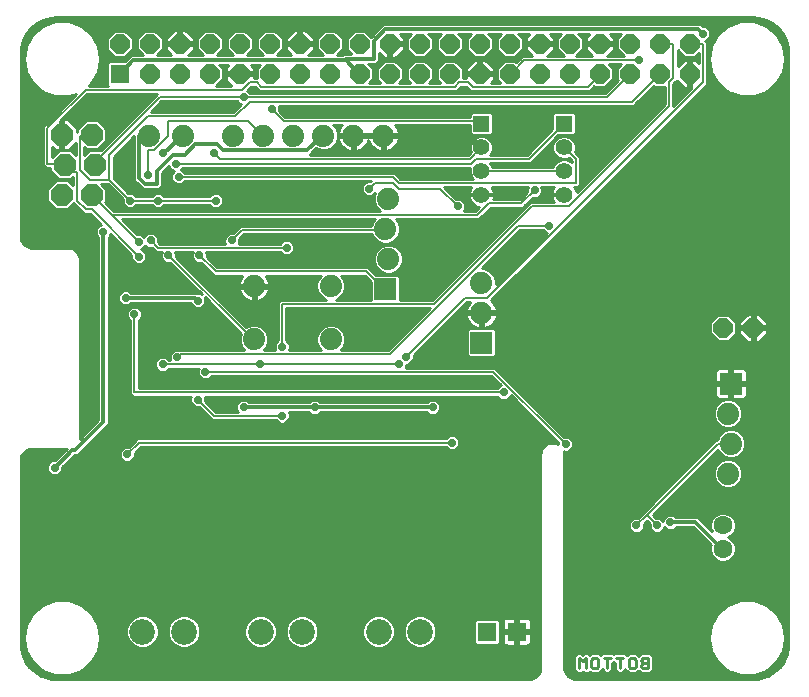
<source format=gbl>
G75*
%MOIN*%
%OFA0B0*%
%FSLAX25Y25*%
%IPPOS*%
%LPD*%
%AMOC8*
5,1,8,0,0,1.08239X$1,22.5*
%
%ADD10C,0.01000*%
%ADD11R,0.06400X0.06400*%
%ADD12OC8,0.06400*%
%ADD13C,0.08600*%
%ADD14C,0.06299*%
%ADD15R,0.07400X0.07400*%
%ADD16C,0.07400*%
%ADD17OC8,0.07400*%
%ADD18R,0.05550X0.05550*%
%ADD19C,0.05550*%
%ADD20C,0.02781*%
%ADD21C,0.01200*%
%ADD22C,0.02800*%
%ADD23C,0.00600*%
D10*
X0005557Y0005599D02*
X0008566Y0005599D01*
X0009756Y0004601D02*
X0006555Y0004601D01*
X0006666Y0004490D02*
X0005474Y0005682D01*
X0004464Y0007031D01*
X0003657Y0008510D01*
X0003068Y0010089D01*
X0002710Y0011735D01*
X0002589Y0013416D01*
X0002589Y0074440D01*
X0002649Y0075123D01*
X0002827Y0075786D01*
X0003117Y0076408D01*
X0003510Y0076970D01*
X0003996Y0077456D01*
X0004558Y0077849D01*
X0005180Y0078139D01*
X0005843Y0078317D01*
X0006526Y0078377D01*
X0017902Y0078377D01*
X0014004Y0074479D01*
X0013411Y0074479D01*
X0012492Y0074099D01*
X0011789Y0073395D01*
X0011408Y0072476D01*
X0011408Y0071482D01*
X0011789Y0070563D01*
X0012492Y0069860D01*
X0013411Y0069479D01*
X0014406Y0069479D01*
X0015324Y0069860D01*
X0016028Y0070563D01*
X0016408Y0071482D01*
X0016408Y0072075D01*
X0020518Y0076185D01*
X0021502Y0076185D01*
X0030853Y0085535D01*
X0031848Y0086531D01*
X0031848Y0148884D01*
X0032268Y0149303D01*
X0032491Y0149842D01*
X0039466Y0142867D01*
X0039459Y0142850D01*
X0039459Y0141856D01*
X0039840Y0140937D01*
X0040543Y0140234D01*
X0041462Y0139853D01*
X0042457Y0139853D01*
X0043376Y0140234D01*
X0044079Y0140937D01*
X0044459Y0141856D01*
X0044459Y0142850D01*
X0044079Y0143769D01*
X0043376Y0144473D01*
X0042552Y0144814D01*
X0043376Y0145155D01*
X0044079Y0145858D01*
X0044135Y0145993D01*
X0044480Y0145647D01*
X0045399Y0145267D01*
X0046394Y0145267D01*
X0046410Y0145273D01*
X0046957Y0144726D01*
X0047777Y0143906D01*
X0049535Y0143906D01*
X0049302Y0143343D01*
X0049302Y0142348D01*
X0049683Y0141429D01*
X0050386Y0140726D01*
X0051305Y0140345D01*
X0052299Y0140345D01*
X0052315Y0140352D01*
X0062886Y0129781D01*
X0062142Y0130089D01*
X0061549Y0130089D01*
X0061364Y0130274D01*
X0039366Y0130274D01*
X0038946Y0130693D01*
X0038028Y0131074D01*
X0037033Y0131074D01*
X0036114Y0130693D01*
X0035411Y0129990D01*
X0035030Y0129071D01*
X0035030Y0128076D01*
X0035411Y0127157D01*
X0036114Y0126454D01*
X0037033Y0126074D01*
X0038028Y0126074D01*
X0038946Y0126454D01*
X0039366Y0126874D01*
X0059235Y0126874D01*
X0059525Y0126173D01*
X0060228Y0125470D01*
X0061147Y0125089D01*
X0062142Y0125089D01*
X0063061Y0125470D01*
X0063764Y0126173D01*
X0064144Y0127092D01*
X0064144Y0128087D01*
X0063836Y0128831D01*
X0075956Y0116711D01*
X0075541Y0115707D01*
X0075541Y0113798D01*
X0076271Y0112033D01*
X0077032Y0111273D01*
X0055531Y0111273D01*
X0055252Y0111389D01*
X0054257Y0111389D01*
X0053339Y0111008D01*
X0052635Y0110305D01*
X0052255Y0109386D01*
X0052255Y0108391D01*
X0052488Y0107828D01*
X0051960Y0107828D01*
X0051953Y0107844D01*
X0051250Y0108547D01*
X0050331Y0108928D01*
X0049336Y0108928D01*
X0048417Y0108547D01*
X0047714Y0107844D01*
X0047333Y0106925D01*
X0047333Y0105931D01*
X0047714Y0105012D01*
X0048417Y0104309D01*
X0049336Y0103928D01*
X0050331Y0103928D01*
X0051250Y0104309D01*
X0051953Y0105012D01*
X0051960Y0105028D01*
X0061838Y0105028D01*
X0061605Y0104465D01*
X0061605Y0103470D01*
X0061986Y0102551D01*
X0062689Y0101848D01*
X0063608Y0101467D01*
X0064602Y0101467D01*
X0065521Y0101848D01*
X0066225Y0102551D01*
X0066231Y0102567D01*
X0159490Y0102567D01*
X0162637Y0099420D01*
X0162098Y0099197D01*
X0161395Y0098494D01*
X0161388Y0098478D01*
X0041883Y0098478D01*
X0041883Y0121034D01*
X0041899Y0121041D01*
X0042602Y0121744D01*
X0042983Y0122663D01*
X0042983Y0123658D01*
X0042602Y0124576D01*
X0041899Y0125280D01*
X0040980Y0125660D01*
X0039986Y0125660D01*
X0039067Y0125280D01*
X0038364Y0124576D01*
X0037983Y0123658D01*
X0037983Y0122663D01*
X0038364Y0121744D01*
X0039067Y0121041D01*
X0039083Y0121034D01*
X0039083Y0096498D01*
X0039903Y0095678D01*
X0059378Y0095678D01*
X0059144Y0095114D01*
X0059144Y0094120D01*
X0059525Y0093201D01*
X0060228Y0092498D01*
X0061147Y0092117D01*
X0062142Y0092117D01*
X0062158Y0092124D01*
X0065658Y0088624D01*
X0066478Y0087804D01*
X0087570Y0087804D01*
X0087576Y0087787D01*
X0088280Y0087084D01*
X0089198Y0086704D01*
X0090193Y0086704D01*
X0091112Y0087084D01*
X0091815Y0087787D01*
X0092196Y0088706D01*
X0092196Y0089701D01*
X0091883Y0090456D01*
X0098687Y0090456D01*
X0099106Y0090037D01*
X0100025Y0089656D01*
X0101020Y0089656D01*
X0101939Y0090037D01*
X0102358Y0090456D01*
X0138057Y0090456D01*
X0138476Y0090037D01*
X0139395Y0089656D01*
X0140390Y0089656D01*
X0141309Y0090037D01*
X0142012Y0090740D01*
X0142393Y0091659D01*
X0142393Y0092654D01*
X0142012Y0093572D01*
X0141309Y0094276D01*
X0140390Y0094656D01*
X0139395Y0094656D01*
X0138476Y0094276D01*
X0138057Y0093856D01*
X0102358Y0093856D01*
X0101939Y0094276D01*
X0101020Y0094656D01*
X0100025Y0094656D01*
X0099106Y0094276D01*
X0098687Y0093856D01*
X0078736Y0093856D01*
X0078317Y0094276D01*
X0077398Y0094656D01*
X0076403Y0094656D01*
X0075484Y0094276D01*
X0074781Y0093572D01*
X0074400Y0092654D01*
X0074400Y0091659D01*
X0074781Y0090740D01*
X0074918Y0090604D01*
X0067638Y0090604D01*
X0064138Y0094104D01*
X0064144Y0094120D01*
X0064144Y0095114D01*
X0063911Y0095678D01*
X0161388Y0095678D01*
X0161395Y0095661D01*
X0162098Y0094958D01*
X0163017Y0094578D01*
X0164012Y0094578D01*
X0164931Y0094958D01*
X0165634Y0095661D01*
X0165857Y0096200D01*
X0181691Y0080367D01*
X0181684Y0080350D01*
X0181684Y0079836D01*
X0181101Y0080108D01*
X0180438Y0080285D01*
X0179755Y0080345D01*
X0179071Y0080285D01*
X0178408Y0080108D01*
X0177786Y0079818D01*
X0177224Y0079424D01*
X0176739Y0078939D01*
X0176345Y0078377D01*
X0176055Y0077755D01*
X0175878Y0077092D01*
X0175818Y0076408D01*
X0175818Y0005542D01*
X0175758Y0004858D01*
X0175580Y0004196D01*
X0175290Y0003574D01*
X0174897Y0003011D01*
X0174411Y0002526D01*
X0173849Y0002133D01*
X0173227Y0001843D01*
X0172564Y0001665D01*
X0171881Y0001605D01*
X0014400Y0001605D01*
X0012720Y0001725D01*
X0011073Y0002084D01*
X0009494Y0002672D01*
X0008015Y0003480D01*
X0006666Y0004490D01*
X0007852Y0003602D02*
X0012159Y0003602D01*
X0014163Y0002873D02*
X0010017Y0004382D01*
X0006637Y0007218D01*
X0004430Y0011039D01*
X0003664Y0015385D01*
X0004430Y0019730D01*
X0006637Y0023551D01*
X0010017Y0026387D01*
X0014163Y0027896D01*
X0018575Y0027896D01*
X0022721Y0026387D01*
X0026101Y0023551D01*
X0028307Y0019730D01*
X0029074Y0015385D01*
X0028307Y0011039D01*
X0026101Y0007218D01*
X0022721Y0004382D01*
X0018575Y0002873D01*
X0014163Y0002873D01*
X0014400Y0001605D02*
X0171881Y0001605D01*
X0174489Y0002604D02*
X0009678Y0002604D01*
X0007376Y0006598D02*
X0004788Y0006598D01*
X0004156Y0007596D02*
X0006418Y0007596D01*
X0005842Y0008595D02*
X0003625Y0008595D01*
X0003253Y0009593D02*
X0005265Y0009593D01*
X0004689Y0010592D02*
X0002958Y0010592D01*
X0002741Y0011590D02*
X0004333Y0011590D01*
X0004157Y0012589D02*
X0002649Y0012589D01*
X0002589Y0013587D02*
X0003981Y0013587D01*
X0003805Y0014586D02*
X0002589Y0014586D01*
X0002589Y0015584D02*
X0003699Y0015584D01*
X0003875Y0016583D02*
X0002589Y0016583D01*
X0002589Y0017581D02*
X0004052Y0017581D01*
X0004228Y0018580D02*
X0002589Y0018580D01*
X0002589Y0019578D02*
X0004404Y0019578D01*
X0004919Y0020577D02*
X0002589Y0020577D01*
X0002589Y0021575D02*
X0005496Y0021575D01*
X0006072Y0022574D02*
X0002589Y0022574D01*
X0002589Y0023572D02*
X0006662Y0023572D01*
X0007852Y0024571D02*
X0002589Y0024571D01*
X0002589Y0025569D02*
X0009042Y0025569D01*
X0010513Y0026568D02*
X0002589Y0026568D01*
X0002589Y0027566D02*
X0013256Y0027566D01*
X0019482Y0027566D02*
X0175818Y0027566D01*
X0175818Y0026568D02*
X0022225Y0026568D01*
X0023696Y0025569D02*
X0175818Y0025569D01*
X0175818Y0024571D02*
X0024886Y0024571D01*
X0026076Y0023572D02*
X0175818Y0023572D01*
X0175818Y0022574D02*
X0137167Y0022574D01*
X0136734Y0022753D02*
X0134586Y0022753D01*
X0132601Y0021931D01*
X0131082Y0020412D01*
X0130260Y0018427D01*
X0130260Y0016279D01*
X0131082Y0014294D01*
X0132601Y0012775D01*
X0134586Y0011953D01*
X0136734Y0011953D01*
X0138719Y0012775D01*
X0140238Y0014294D01*
X0141060Y0016279D01*
X0141060Y0018427D01*
X0140238Y0020412D01*
X0138719Y0021931D01*
X0136734Y0022753D01*
X0134153Y0022574D02*
X0123388Y0022574D01*
X0122955Y0022753D02*
X0120807Y0022753D01*
X0118822Y0021931D01*
X0117303Y0020412D01*
X0116481Y0018427D01*
X0116481Y0016279D01*
X0117303Y0014294D01*
X0118822Y0012775D01*
X0120807Y0011953D01*
X0122955Y0011953D01*
X0124940Y0012775D01*
X0126459Y0014294D01*
X0127281Y0016279D01*
X0127281Y0018427D01*
X0126459Y0020412D01*
X0124940Y0021931D01*
X0122955Y0022753D01*
X0120374Y0022574D02*
X0097797Y0022574D01*
X0097364Y0022753D02*
X0095216Y0022753D01*
X0093231Y0021931D01*
X0091712Y0020412D01*
X0090890Y0018427D01*
X0090890Y0016279D01*
X0091712Y0014294D01*
X0093231Y0012775D01*
X0095216Y0011953D01*
X0097364Y0011953D01*
X0099349Y0012775D01*
X0100868Y0014294D01*
X0101690Y0016279D01*
X0101690Y0018427D01*
X0100868Y0020412D01*
X0099349Y0021931D01*
X0097364Y0022753D01*
X0094783Y0022574D02*
X0084018Y0022574D01*
X0083585Y0022753D02*
X0081436Y0022753D01*
X0079452Y0021931D01*
X0077933Y0020412D01*
X0077111Y0018427D01*
X0077111Y0016279D01*
X0077933Y0014294D01*
X0079452Y0012775D01*
X0081436Y0011953D01*
X0083585Y0011953D01*
X0085569Y0012775D01*
X0087089Y0014294D01*
X0087911Y0016279D01*
X0087911Y0018427D01*
X0087089Y0020412D01*
X0085569Y0021931D01*
X0083585Y0022753D01*
X0081004Y0022574D02*
X0058427Y0022574D01*
X0057994Y0022753D02*
X0055846Y0022753D01*
X0053861Y0021931D01*
X0052342Y0020412D01*
X0051520Y0018427D01*
X0051520Y0016279D01*
X0052342Y0014294D01*
X0053861Y0012775D01*
X0055846Y0011953D01*
X0057994Y0011953D01*
X0059979Y0012775D01*
X0061498Y0014294D01*
X0062320Y0016279D01*
X0062320Y0018427D01*
X0061498Y0020412D01*
X0059979Y0021931D01*
X0057994Y0022753D01*
X0055413Y0022574D02*
X0044648Y0022574D01*
X0044215Y0022753D02*
X0046199Y0021931D01*
X0047718Y0020412D01*
X0048541Y0018427D01*
X0048541Y0016279D01*
X0047718Y0014294D01*
X0046199Y0012775D01*
X0044215Y0011953D01*
X0042066Y0011953D01*
X0040082Y0012775D01*
X0038563Y0014294D01*
X0037741Y0016279D01*
X0037741Y0018427D01*
X0038563Y0020412D01*
X0040082Y0021931D01*
X0042066Y0022753D01*
X0044215Y0022753D01*
X0041634Y0022574D02*
X0026665Y0022574D01*
X0027242Y0021575D02*
X0039726Y0021575D01*
X0038727Y0020577D02*
X0027818Y0020577D01*
X0028334Y0019578D02*
X0038217Y0019578D01*
X0037804Y0018580D02*
X0028510Y0018580D01*
X0028686Y0017581D02*
X0037741Y0017581D01*
X0037741Y0016583D02*
X0028862Y0016583D01*
X0029038Y0015584D02*
X0038028Y0015584D01*
X0038442Y0014586D02*
X0028933Y0014586D01*
X0028757Y0013587D02*
X0039270Y0013587D01*
X0040532Y0012589D02*
X0028581Y0012589D01*
X0028405Y0011590D02*
X0175818Y0011590D01*
X0175818Y0010592D02*
X0028049Y0010592D01*
X0027472Y0009593D02*
X0175818Y0009593D01*
X0175818Y0008595D02*
X0026896Y0008595D01*
X0026319Y0007596D02*
X0175818Y0007596D01*
X0175818Y0006598D02*
X0025362Y0006598D01*
X0024172Y0005599D02*
X0175818Y0005599D01*
X0175689Y0004601D02*
X0022982Y0004601D01*
X0020579Y0003602D02*
X0175304Y0003602D01*
X0183752Y0004858D02*
X0183929Y0004196D01*
X0184219Y0003574D01*
X0184613Y0003011D01*
X0185098Y0002526D01*
X0185660Y0002133D01*
X0186282Y0001843D01*
X0186945Y0001665D01*
X0187629Y0001605D01*
X0246684Y0001605D01*
X0187629Y0001605D01*
X0188009Y0003511D02*
X0187072Y0004448D01*
X0187072Y0009277D01*
X0188009Y0010214D01*
X0189334Y0010214D01*
X0189839Y0009709D01*
X0190344Y0010214D01*
X0191670Y0010214D01*
X0192203Y0009681D01*
X0192736Y0010214D01*
X0193904Y0010214D01*
X0193904Y0010214D01*
X0194574Y0010214D01*
X0195229Y0010214D01*
X0195229Y0010214D01*
X0195229Y0010214D01*
X0195763Y0009681D01*
X0196296Y0010214D01*
X0199957Y0010214D01*
X0200198Y0009973D01*
X0200440Y0010214D01*
X0204100Y0010214D01*
X0204634Y0009681D01*
X0205167Y0010214D01*
X0206335Y0010214D01*
X0206335Y0010214D01*
X0207004Y0010214D01*
X0207660Y0010214D01*
X0207660Y0010214D01*
X0207660Y0010214D01*
X0208432Y0009442D01*
X0208485Y0009389D01*
X0208727Y0009630D01*
X0209310Y0010214D01*
X0212387Y0010214D01*
X0213325Y0009277D01*
X0213325Y0007951D01*
X0213325Y0007525D01*
X0213325Y0004448D01*
X0212387Y0003511D01*
X0209966Y0003511D01*
X0209310Y0003511D01*
X0209310Y0003511D01*
X0209299Y0003522D01*
X0208727Y0004095D01*
X0208727Y0004095D01*
X0208561Y0004261D01*
X0208485Y0004336D01*
X0207660Y0003511D01*
X0205837Y0003511D01*
X0205167Y0003511D01*
X0204583Y0004095D01*
X0204583Y0004095D01*
X0204395Y0004283D01*
X0203870Y0004808D01*
X0203870Y0004448D01*
X0202933Y0003511D01*
X0201607Y0003511D01*
X0200670Y0004448D01*
X0200670Y0007014D01*
X0200440Y0007014D01*
X0200198Y0007255D01*
X0199957Y0007014D01*
X0199726Y0007014D01*
X0199726Y0004448D01*
X0198789Y0003511D01*
X0197464Y0003511D01*
X0196526Y0004448D01*
X0196526Y0004808D01*
X0196167Y0004448D01*
X0195229Y0003511D01*
X0193406Y0003511D01*
X0192736Y0003511D01*
X0192203Y0004044D01*
X0191670Y0003511D01*
X0190344Y0003511D01*
X0189839Y0004016D01*
X0189334Y0003511D01*
X0188009Y0003511D01*
X0187918Y0003602D02*
X0184206Y0003602D01*
X0183821Y0004601D02*
X0187072Y0004601D01*
X0187072Y0005599D02*
X0183692Y0005599D01*
X0183692Y0005542D02*
X0183692Y0076408D01*
X0183632Y0077092D01*
X0183546Y0077411D01*
X0183687Y0077353D01*
X0184681Y0077353D01*
X0185600Y0077734D01*
X0186303Y0078437D01*
X0186684Y0079356D01*
X0186684Y0080350D01*
X0186303Y0081269D01*
X0185600Y0081973D01*
X0184681Y0082353D01*
X0183687Y0082353D01*
X0183670Y0082346D01*
X0161470Y0104547D01*
X0160650Y0105367D01*
X0130840Y0105367D01*
X0131074Y0105931D01*
X0131074Y0106389D01*
X0131532Y0106389D01*
X0132450Y0106769D01*
X0133154Y0107472D01*
X0133534Y0108391D01*
X0133534Y0109386D01*
X0133528Y0109402D01*
X0151299Y0127174D01*
X0152300Y0127174D01*
X0152166Y0127040D01*
X0151685Y0126378D01*
X0151314Y0125648D01*
X0151061Y0124870D01*
X0150945Y0124137D01*
X0155648Y0124137D01*
X0155648Y0123168D01*
X0150945Y0123168D01*
X0151061Y0122435D01*
X0151314Y0121656D01*
X0151685Y0120927D01*
X0152166Y0120265D01*
X0152745Y0119686D01*
X0153407Y0119205D01*
X0154137Y0118833D01*
X0154915Y0118580D01*
X0155648Y0118464D01*
X0155648Y0123168D01*
X0156617Y0123168D01*
X0156617Y0118464D01*
X0157350Y0118580D01*
X0158129Y0118833D01*
X0158858Y0119205D01*
X0159520Y0119686D01*
X0160099Y0120265D01*
X0160580Y0120927D01*
X0160952Y0121656D01*
X0161205Y0122435D01*
X0161321Y0123168D01*
X0156617Y0123168D01*
X0156617Y0124137D01*
X0161321Y0124137D01*
X0161205Y0124870D01*
X0160952Y0125648D01*
X0160580Y0126378D01*
X0160099Y0127040D01*
X0159520Y0127619D01*
X0159292Y0127785D01*
X0230531Y0199024D01*
X0231352Y0199844D01*
X0231352Y0213799D01*
X0230829Y0214322D01*
X0231368Y0214545D01*
X0232071Y0215248D01*
X0232452Y0216167D01*
X0232452Y0217161D01*
X0232071Y0218080D01*
X0231368Y0218784D01*
X0230449Y0219164D01*
X0229856Y0219164D01*
X0229179Y0219841D01*
X0123440Y0219841D01*
X0122444Y0218845D01*
X0122444Y0218845D01*
X0119503Y0215904D01*
X0119261Y0215661D01*
X0117323Y0217598D01*
X0113761Y0217598D01*
X0111242Y0215079D01*
X0111242Y0211517D01*
X0112761Y0209998D01*
X0110153Y0209998D01*
X0109661Y0209506D01*
X0107831Y0209506D01*
X0109842Y0211517D01*
X0109842Y0215079D01*
X0107323Y0217598D01*
X0103761Y0217598D01*
X0101242Y0215079D01*
X0101242Y0211517D01*
X0103253Y0209506D01*
X0098397Y0209506D01*
X0100242Y0211351D01*
X0100242Y0212798D01*
X0096042Y0212798D01*
X0096042Y0213798D01*
X0095042Y0213798D01*
X0095042Y0212798D01*
X0090842Y0212798D01*
X0090842Y0211351D01*
X0092687Y0209506D01*
X0087831Y0209506D01*
X0089842Y0211517D01*
X0089842Y0215079D01*
X0087323Y0217598D01*
X0083761Y0217598D01*
X0081242Y0215079D01*
X0081242Y0211517D01*
X0083253Y0209506D01*
X0077831Y0209506D01*
X0079842Y0211517D01*
X0079842Y0215079D01*
X0077323Y0217598D01*
X0073761Y0217598D01*
X0071242Y0215079D01*
X0071242Y0211517D01*
X0073253Y0209506D01*
X0067831Y0209506D01*
X0069842Y0211517D01*
X0069842Y0215079D01*
X0067323Y0217598D01*
X0063761Y0217598D01*
X0061242Y0215079D01*
X0061242Y0211517D01*
X0063253Y0209506D01*
X0058397Y0209506D01*
X0060242Y0211351D01*
X0060242Y0212798D01*
X0056042Y0212798D01*
X0056042Y0213798D01*
X0055042Y0213798D01*
X0055042Y0212798D01*
X0050842Y0212798D01*
X0050842Y0211351D01*
X0052687Y0209506D01*
X0047831Y0209506D01*
X0049842Y0211517D01*
X0049842Y0215079D01*
X0047323Y0217598D01*
X0043761Y0217598D01*
X0041242Y0215079D01*
X0041242Y0211517D01*
X0043253Y0209506D01*
X0039287Y0209506D01*
X0037379Y0207598D01*
X0031886Y0207598D01*
X0031242Y0206954D01*
X0031242Y0199642D01*
X0031521Y0199363D01*
X0025186Y0199363D01*
X0026101Y0200132D01*
X0028307Y0203953D01*
X0029074Y0208298D01*
X0028307Y0212643D01*
X0026101Y0216464D01*
X0022721Y0219301D01*
X0018575Y0220810D01*
X0014163Y0220810D01*
X0010017Y0219301D01*
X0006637Y0216464D01*
X0004430Y0212643D01*
X0003664Y0208298D01*
X0004430Y0203953D01*
X0006637Y0200132D01*
X0010017Y0197295D01*
X0014163Y0195786D01*
X0018575Y0195786D01*
X0020951Y0196651D01*
X0010868Y0186568D01*
X0010048Y0185748D01*
X0010048Y0172777D01*
X0010868Y0171957D01*
X0012411Y0171957D01*
X0012411Y0171034D01*
X0015223Y0168222D01*
X0019200Y0168222D01*
X0019890Y0168913D01*
X0019890Y0166132D01*
X0018200Y0167822D01*
X0014223Y0167822D01*
X0011411Y0165011D01*
X0011411Y0161034D01*
X0014223Y0158222D01*
X0018200Y0158222D01*
X0020171Y0160194D01*
X0020710Y0159654D01*
X0023663Y0156701D01*
X0025632Y0156701D01*
X0029271Y0153062D01*
X0028732Y0152839D01*
X0028029Y0152135D01*
X0027648Y0151217D01*
X0027648Y0150222D01*
X0028029Y0149303D01*
X0028448Y0148884D01*
X0028448Y0087939D01*
X0022222Y0081713D01*
X0022274Y0082314D01*
X0022274Y0141369D01*
X0022215Y0142053D01*
X0022037Y0142715D01*
X0021747Y0143337D01*
X0021353Y0143900D01*
X0020868Y0144385D01*
X0020306Y0144778D01*
X0019684Y0145068D01*
X0019021Y0145246D01*
X0018337Y0145306D01*
X0006526Y0145306D01*
X0005843Y0145366D01*
X0005180Y0145543D01*
X0004558Y0145833D01*
X0003996Y0146227D01*
X0003510Y0146712D01*
X0003117Y0147274D01*
X0002827Y0147896D01*
X0002649Y0148559D01*
X0002589Y0149243D01*
X0002589Y0210267D01*
X0002710Y0211947D01*
X0003068Y0213594D01*
X0003657Y0215173D01*
X0004464Y0216652D01*
X0005474Y0218001D01*
X0006666Y0219193D01*
X0008015Y0220203D01*
X0009494Y0221010D01*
X0011073Y0221599D01*
X0012720Y0221957D01*
X0014400Y0222078D01*
X0246684Y0222078D01*
X0248365Y0221957D01*
X0250011Y0221599D01*
X0251590Y0221010D01*
X0253069Y0220203D01*
X0254418Y0219193D01*
X0255610Y0218001D01*
X0256620Y0216652D01*
X0257428Y0215173D01*
X0258016Y0213594D01*
X0258375Y0211947D01*
X0258495Y0210267D01*
X0258495Y0013416D01*
X0258375Y0011735D01*
X0258016Y0010089D01*
X0257428Y0008510D01*
X0256620Y0007031D01*
X0255610Y0005682D01*
X0254418Y0004490D01*
X0253069Y0003480D01*
X0251590Y0002672D01*
X0250011Y0002084D01*
X0248365Y0001725D01*
X0246684Y0001605D01*
X0246922Y0002873D02*
X0242509Y0002873D01*
X0238363Y0004382D01*
X0234983Y0007218D01*
X0232777Y0011039D01*
X0232011Y0015385D01*
X0232777Y0019730D01*
X0234983Y0023551D01*
X0238363Y0026387D01*
X0242509Y0027896D01*
X0246922Y0027896D01*
X0251068Y0026387D01*
X0254448Y0023551D01*
X0256654Y0019730D01*
X0257420Y0015385D01*
X0256654Y0011039D01*
X0254448Y0007218D01*
X0251068Y0004382D01*
X0246922Y0002873D01*
X0248925Y0003602D02*
X0253232Y0003602D01*
X0254529Y0004601D02*
X0251328Y0004601D01*
X0252518Y0005599D02*
X0255528Y0005599D01*
X0256296Y0006598D02*
X0253708Y0006598D01*
X0254666Y0007596D02*
X0256929Y0007596D01*
X0257459Y0008595D02*
X0255242Y0008595D01*
X0255819Y0009593D02*
X0257832Y0009593D01*
X0258126Y0010592D02*
X0256395Y0010592D01*
X0256751Y0011590D02*
X0258343Y0011590D01*
X0258436Y0012589D02*
X0256927Y0012589D01*
X0257103Y0013587D02*
X0258495Y0013587D01*
X0258495Y0014586D02*
X0257279Y0014586D01*
X0257385Y0015584D02*
X0258495Y0015584D01*
X0258495Y0016583D02*
X0257209Y0016583D01*
X0257033Y0017581D02*
X0258495Y0017581D01*
X0258495Y0018580D02*
X0256857Y0018580D01*
X0256681Y0019578D02*
X0258495Y0019578D01*
X0258495Y0020577D02*
X0256165Y0020577D01*
X0255588Y0021575D02*
X0258495Y0021575D01*
X0258495Y0022574D02*
X0255012Y0022574D01*
X0254422Y0023572D02*
X0258495Y0023572D01*
X0258495Y0024571D02*
X0253232Y0024571D01*
X0252042Y0025569D02*
X0258495Y0025569D01*
X0258495Y0026568D02*
X0250571Y0026568D01*
X0247828Y0027566D02*
X0258495Y0027566D01*
X0258495Y0028565D02*
X0183692Y0028565D01*
X0183692Y0029563D02*
X0258495Y0029563D01*
X0258495Y0030562D02*
X0183692Y0030562D01*
X0183692Y0031560D02*
X0258495Y0031560D01*
X0258495Y0032559D02*
X0183692Y0032559D01*
X0183692Y0033557D02*
X0258495Y0033557D01*
X0258495Y0034556D02*
X0183692Y0034556D01*
X0183692Y0035555D02*
X0258495Y0035555D01*
X0258495Y0036553D02*
X0183692Y0036553D01*
X0183692Y0037552D02*
X0258495Y0037552D01*
X0258495Y0038550D02*
X0183692Y0038550D01*
X0183692Y0039549D02*
X0258495Y0039549D01*
X0258495Y0040547D02*
X0183692Y0040547D01*
X0183692Y0041546D02*
X0234001Y0041546D01*
X0234237Y0041310D02*
X0235799Y0040663D01*
X0237490Y0040663D01*
X0239052Y0041310D01*
X0240247Y0042505D01*
X0240894Y0044067D01*
X0240894Y0045758D01*
X0240247Y0047319D01*
X0239052Y0048515D01*
X0238244Y0048849D01*
X0239052Y0049184D01*
X0240247Y0050379D01*
X0240894Y0051941D01*
X0240894Y0053632D01*
X0240247Y0055193D01*
X0239052Y0056389D01*
X0237490Y0057036D01*
X0235799Y0057036D01*
X0234237Y0056389D01*
X0233042Y0055193D01*
X0232395Y0053632D01*
X0232395Y0051941D01*
X0232869Y0050797D01*
X0229191Y0054475D01*
X0228195Y0055470D01*
X0220960Y0055470D01*
X0220541Y0055890D01*
X0219622Y0056270D01*
X0218628Y0056270D01*
X0217709Y0055890D01*
X0217005Y0055187D01*
X0216661Y0054356D01*
X0216112Y0054906D01*
X0215193Y0055286D01*
X0214198Y0055286D01*
X0214182Y0055280D01*
X0213231Y0056231D01*
X0234968Y0077969D01*
X0235241Y0077311D01*
X0236591Y0075961D01*
X0238355Y0075230D01*
X0240265Y0075230D01*
X0242029Y0075961D01*
X0243379Y0077311D01*
X0244110Y0079076D01*
X0244110Y0080985D01*
X0243379Y0082749D01*
X0242029Y0084100D01*
X0240265Y0084830D01*
X0238355Y0084830D01*
X0236591Y0084100D01*
X0235241Y0082749D01*
X0234621Y0081253D01*
X0234293Y0081253D01*
X0233473Y0080433D01*
X0210671Y0057631D01*
X0209851Y0056811D01*
X0208319Y0055280D01*
X0208303Y0055286D01*
X0207309Y0055286D01*
X0206390Y0054906D01*
X0205687Y0054202D01*
X0205306Y0053284D01*
X0205306Y0052289D01*
X0205687Y0051370D01*
X0206390Y0050667D01*
X0207309Y0050286D01*
X0208303Y0050286D01*
X0209222Y0050667D01*
X0209925Y0051370D01*
X0210306Y0052289D01*
X0210306Y0053284D01*
X0210299Y0053300D01*
X0211251Y0054251D01*
X0212202Y0053300D01*
X0212196Y0053284D01*
X0212196Y0052289D01*
X0212576Y0051370D01*
X0213280Y0050667D01*
X0214198Y0050286D01*
X0215193Y0050286D01*
X0216112Y0050667D01*
X0216815Y0051370D01*
X0217159Y0052201D01*
X0217709Y0051651D01*
X0218628Y0051270D01*
X0219622Y0051270D01*
X0220541Y0051651D01*
X0220960Y0052070D01*
X0226787Y0052070D01*
X0232601Y0046256D01*
X0232395Y0045758D01*
X0232395Y0044067D01*
X0233042Y0042505D01*
X0234237Y0041310D01*
X0233026Y0042544D02*
X0183692Y0042544D01*
X0183692Y0043543D02*
X0232612Y0043543D01*
X0232395Y0044541D02*
X0183692Y0044541D01*
X0183692Y0045540D02*
X0232395Y0045540D01*
X0232319Y0046538D02*
X0183692Y0046538D01*
X0183692Y0047537D02*
X0231321Y0047537D01*
X0230322Y0048535D02*
X0183692Y0048535D01*
X0183692Y0049534D02*
X0229324Y0049534D01*
X0228325Y0050532D02*
X0215787Y0050532D01*
X0216882Y0051531D02*
X0217999Y0051531D01*
X0220250Y0051531D02*
X0227327Y0051531D01*
X0230138Y0053528D02*
X0232395Y0053528D01*
X0232395Y0052529D02*
X0231136Y0052529D01*
X0232135Y0051531D02*
X0232565Y0051531D01*
X0232765Y0054526D02*
X0229139Y0054526D01*
X0233373Y0055525D02*
X0220906Y0055525D01*
X0217344Y0055525D02*
X0213937Y0055525D01*
X0213523Y0056523D02*
X0234562Y0056523D01*
X0238727Y0056523D02*
X0258495Y0056523D01*
X0258495Y0055525D02*
X0239916Y0055525D01*
X0240523Y0054526D02*
X0258495Y0054526D01*
X0258495Y0053528D02*
X0240894Y0053528D01*
X0240894Y0052529D02*
X0258495Y0052529D01*
X0258495Y0051531D02*
X0240724Y0051531D01*
X0240311Y0050532D02*
X0258495Y0050532D01*
X0258495Y0049534D02*
X0239402Y0049534D01*
X0239003Y0048535D02*
X0258495Y0048535D01*
X0258495Y0047537D02*
X0240030Y0047537D01*
X0240571Y0046538D02*
X0258495Y0046538D01*
X0258495Y0045540D02*
X0240894Y0045540D01*
X0240894Y0044541D02*
X0258495Y0044541D01*
X0258495Y0043543D02*
X0240677Y0043543D01*
X0240263Y0042544D02*
X0258495Y0042544D01*
X0258495Y0041546D02*
X0239288Y0041546D01*
X0241603Y0027566D02*
X0183692Y0027566D01*
X0183692Y0026568D02*
X0238859Y0026568D01*
X0237388Y0025569D02*
X0183692Y0025569D01*
X0183692Y0024571D02*
X0236198Y0024571D01*
X0235008Y0023572D02*
X0183692Y0023572D01*
X0183692Y0022574D02*
X0234419Y0022574D01*
X0233842Y0021575D02*
X0183692Y0021575D01*
X0183692Y0020577D02*
X0233266Y0020577D01*
X0232750Y0019578D02*
X0183692Y0019578D01*
X0183692Y0018580D02*
X0232574Y0018580D01*
X0232398Y0017581D02*
X0183692Y0017581D01*
X0183692Y0016583D02*
X0232222Y0016583D01*
X0232046Y0015584D02*
X0183692Y0015584D01*
X0183692Y0014586D02*
X0232151Y0014586D01*
X0232328Y0013587D02*
X0183692Y0013587D01*
X0183692Y0012589D02*
X0232504Y0012589D01*
X0232680Y0011590D02*
X0183692Y0011590D01*
X0183692Y0010592D02*
X0233035Y0010592D01*
X0233612Y0009593D02*
X0213008Y0009593D01*
X0213325Y0008595D02*
X0234188Y0008595D01*
X0234765Y0007596D02*
X0213325Y0007596D01*
X0213325Y0006598D02*
X0235722Y0006598D01*
X0236912Y0005599D02*
X0213325Y0005599D01*
X0213325Y0004601D02*
X0238102Y0004601D01*
X0240506Y0003602D02*
X0212479Y0003602D01*
X0211725Y0005111D02*
X0209973Y0005111D01*
X0209389Y0005695D01*
X0209389Y0006279D01*
X0209973Y0006863D01*
X0211725Y0006863D01*
X0211725Y0008614D02*
X0209973Y0008614D01*
X0209389Y0008030D01*
X0209389Y0007446D01*
X0209973Y0006863D01*
X0211725Y0008614D02*
X0211725Y0005111D01*
X0209219Y0003602D02*
X0207751Y0003602D01*
X0206997Y0005111D02*
X0205830Y0005111D01*
X0205246Y0005695D01*
X0205246Y0008030D01*
X0205830Y0008614D01*
X0206997Y0008614D01*
X0207581Y0008030D01*
X0207581Y0005695D01*
X0206997Y0005111D01*
X0205076Y0003602D02*
X0203024Y0003602D01*
X0203870Y0004601D02*
X0204077Y0004601D01*
X0202270Y0005111D02*
X0202270Y0008614D01*
X0203438Y0008614D02*
X0201102Y0008614D01*
X0199294Y0008614D02*
X0196959Y0008614D01*
X0198126Y0008614D02*
X0198126Y0005111D01*
X0199726Y0005599D02*
X0200670Y0005599D01*
X0200670Y0004601D02*
X0199726Y0004601D01*
X0198880Y0003602D02*
X0201516Y0003602D01*
X0200670Y0006598D02*
X0199726Y0006598D01*
X0196526Y0004601D02*
X0196319Y0004601D01*
X0195321Y0003602D02*
X0197373Y0003602D01*
X0195151Y0005695D02*
X0194567Y0005111D01*
X0193399Y0005111D01*
X0192815Y0005695D01*
X0192815Y0008030D01*
X0193399Y0008614D01*
X0194567Y0008614D01*
X0195151Y0008030D01*
X0195151Y0005695D01*
X0192645Y0003602D02*
X0191761Y0003602D01*
X0190253Y0003602D02*
X0189426Y0003602D01*
X0188672Y0005111D02*
X0188672Y0008614D01*
X0189839Y0007446D01*
X0191007Y0008614D01*
X0191007Y0005111D01*
X0187072Y0006598D02*
X0183692Y0006598D01*
X0183692Y0007596D02*
X0187072Y0007596D01*
X0187072Y0008595D02*
X0183692Y0008595D01*
X0183692Y0009593D02*
X0187388Y0009593D01*
X0183692Y0005542D02*
X0183752Y0004858D01*
X0185021Y0002604D02*
X0251406Y0002604D01*
X0208690Y0009593D02*
X0208281Y0009593D01*
X0175818Y0012589D02*
X0138269Y0012589D01*
X0139531Y0013587D02*
X0153754Y0013587D01*
X0153644Y0013698D02*
X0154288Y0013053D01*
X0161599Y0013053D01*
X0162244Y0013698D01*
X0162244Y0021009D01*
X0161599Y0021653D01*
X0154288Y0021653D01*
X0153644Y0021009D01*
X0153644Y0013698D01*
X0153644Y0014586D02*
X0140359Y0014586D01*
X0140772Y0015584D02*
X0153644Y0015584D01*
X0153644Y0016583D02*
X0141060Y0016583D01*
X0141060Y0017581D02*
X0153644Y0017581D01*
X0153644Y0018580D02*
X0140997Y0018580D01*
X0140583Y0019578D02*
X0153644Y0019578D01*
X0153644Y0020577D02*
X0140073Y0020577D01*
X0139075Y0021575D02*
X0154210Y0021575D01*
X0161677Y0021575D02*
X0163645Y0021575D01*
X0163543Y0021474D02*
X0163346Y0021132D01*
X0163244Y0020751D01*
X0163244Y0017853D01*
X0167444Y0017853D01*
X0167444Y0022053D01*
X0164546Y0022053D01*
X0164165Y0021951D01*
X0163823Y0021753D01*
X0163543Y0021474D01*
X0163244Y0020577D02*
X0162244Y0020577D01*
X0162244Y0019578D02*
X0163244Y0019578D01*
X0163244Y0018580D02*
X0162244Y0018580D01*
X0162244Y0017581D02*
X0167444Y0017581D01*
X0167444Y0017853D02*
X0167444Y0016853D01*
X0168444Y0016853D01*
X0168444Y0017853D01*
X0172644Y0017853D01*
X0172644Y0020751D01*
X0172541Y0021132D01*
X0172344Y0021474D01*
X0172065Y0021753D01*
X0171723Y0021951D01*
X0171341Y0022053D01*
X0168444Y0022053D01*
X0168444Y0017853D01*
X0167444Y0017853D01*
X0167444Y0018580D02*
X0168444Y0018580D01*
X0168444Y0019578D02*
X0167444Y0019578D01*
X0167444Y0020577D02*
X0168444Y0020577D01*
X0168444Y0021575D02*
X0167444Y0021575D01*
X0168444Y0017581D02*
X0175818Y0017581D01*
X0175818Y0016583D02*
X0172644Y0016583D01*
X0172644Y0016853D02*
X0168444Y0016853D01*
X0168444Y0012653D01*
X0171341Y0012653D01*
X0171723Y0012755D01*
X0172065Y0012953D01*
X0172344Y0013232D01*
X0172541Y0013574D01*
X0172644Y0013956D01*
X0172644Y0016853D01*
X0172644Y0015584D02*
X0175818Y0015584D01*
X0175818Y0014586D02*
X0172644Y0014586D01*
X0172545Y0013587D02*
X0175818Y0013587D01*
X0175818Y0018580D02*
X0172644Y0018580D01*
X0172644Y0019578D02*
X0175818Y0019578D01*
X0175818Y0020577D02*
X0172644Y0020577D01*
X0172243Y0021575D02*
X0175818Y0021575D01*
X0175818Y0028565D02*
X0002589Y0028565D01*
X0002589Y0029563D02*
X0175818Y0029563D01*
X0175818Y0030562D02*
X0002589Y0030562D01*
X0002589Y0031560D02*
X0175818Y0031560D01*
X0175818Y0032559D02*
X0002589Y0032559D01*
X0002589Y0033557D02*
X0175818Y0033557D01*
X0175818Y0034556D02*
X0002589Y0034556D01*
X0002589Y0035555D02*
X0175818Y0035555D01*
X0175818Y0036553D02*
X0002589Y0036553D01*
X0002589Y0037552D02*
X0175818Y0037552D01*
X0175818Y0038550D02*
X0002589Y0038550D01*
X0002589Y0039549D02*
X0175818Y0039549D01*
X0175818Y0040547D02*
X0002589Y0040547D01*
X0002589Y0041546D02*
X0175818Y0041546D01*
X0175818Y0042544D02*
X0002589Y0042544D01*
X0002589Y0043543D02*
X0175818Y0043543D01*
X0175818Y0044541D02*
X0002589Y0044541D01*
X0002589Y0045540D02*
X0175818Y0045540D01*
X0175818Y0046538D02*
X0002589Y0046538D01*
X0002589Y0047537D02*
X0175818Y0047537D01*
X0175818Y0048535D02*
X0002589Y0048535D01*
X0002589Y0049534D02*
X0175818Y0049534D01*
X0175818Y0050532D02*
X0002589Y0050532D01*
X0002589Y0051531D02*
X0175818Y0051531D01*
X0175818Y0052529D02*
X0002589Y0052529D01*
X0002589Y0053528D02*
X0175818Y0053528D01*
X0175818Y0054526D02*
X0002589Y0054526D01*
X0002589Y0055525D02*
X0175818Y0055525D01*
X0175818Y0056523D02*
X0002589Y0056523D01*
X0002589Y0057522D02*
X0175818Y0057522D01*
X0175818Y0058520D02*
X0002589Y0058520D01*
X0002589Y0059519D02*
X0175818Y0059519D01*
X0175818Y0060517D02*
X0002589Y0060517D01*
X0002589Y0061516D02*
X0175818Y0061516D01*
X0175818Y0062514D02*
X0002589Y0062514D01*
X0002589Y0063513D02*
X0175818Y0063513D01*
X0175818Y0064511D02*
X0002589Y0064511D01*
X0002589Y0065510D02*
X0175818Y0065510D01*
X0175818Y0066508D02*
X0002589Y0066508D01*
X0002589Y0067507D02*
X0175818Y0067507D01*
X0175818Y0068505D02*
X0002589Y0068505D01*
X0002589Y0069504D02*
X0013351Y0069504D01*
X0014465Y0069504D02*
X0175818Y0069504D01*
X0175818Y0070502D02*
X0015967Y0070502D01*
X0016408Y0071501D02*
X0175818Y0071501D01*
X0175818Y0072499D02*
X0016833Y0072499D01*
X0017831Y0073498D02*
X0175818Y0073498D01*
X0175818Y0074496D02*
X0039646Y0074496D01*
X0039439Y0074289D02*
X0040142Y0074992D01*
X0040522Y0075911D01*
X0040522Y0076906D01*
X0040516Y0076922D01*
X0042539Y0078945D01*
X0144164Y0078945D01*
X0144171Y0078929D01*
X0144874Y0078226D01*
X0145793Y0077845D01*
X0146787Y0077845D01*
X0147706Y0078226D01*
X0148410Y0078929D01*
X0148790Y0079848D01*
X0148790Y0080843D01*
X0148410Y0081761D01*
X0147706Y0082465D01*
X0146787Y0082845D01*
X0145793Y0082845D01*
X0144874Y0082465D01*
X0144171Y0081761D01*
X0144164Y0081745D01*
X0041380Y0081745D01*
X0040559Y0080925D01*
X0038536Y0078902D01*
X0038520Y0078908D01*
X0037525Y0078908D01*
X0036606Y0078528D01*
X0035903Y0077824D01*
X0035522Y0076906D01*
X0035522Y0075911D01*
X0035903Y0074992D01*
X0036606Y0074289D01*
X0037525Y0073908D01*
X0038520Y0073908D01*
X0039439Y0074289D01*
X0040350Y0075495D02*
X0175818Y0075495D01*
X0175825Y0076493D02*
X0040522Y0076493D01*
X0041086Y0077492D02*
X0175985Y0077492D01*
X0176425Y0078490D02*
X0147971Y0078490D01*
X0148641Y0079489D02*
X0177317Y0079489D01*
X0179573Y0082485D02*
X0147658Y0082485D01*
X0148524Y0081486D02*
X0180571Y0081486D01*
X0181570Y0080488D02*
X0148790Y0080488D01*
X0144922Y0082485D02*
X0027802Y0082485D01*
X0028801Y0083483D02*
X0178574Y0083483D01*
X0177576Y0084482D02*
X0029799Y0084482D01*
X0030798Y0085480D02*
X0176577Y0085480D01*
X0175579Y0086479D02*
X0031796Y0086479D01*
X0031848Y0087477D02*
X0087887Y0087477D01*
X0091505Y0087477D02*
X0174580Y0087477D01*
X0173582Y0088476D02*
X0092100Y0088476D01*
X0092196Y0089474D02*
X0172583Y0089474D01*
X0171584Y0090473D02*
X0141744Y0090473D01*
X0142315Y0091471D02*
X0170586Y0091471D01*
X0169587Y0092470D02*
X0142393Y0092470D01*
X0142055Y0093468D02*
X0168589Y0093468D01*
X0167590Y0094467D02*
X0140848Y0094467D01*
X0138937Y0094467D02*
X0101478Y0094467D01*
X0099567Y0094467D02*
X0077855Y0094467D01*
X0075945Y0094467D02*
X0064144Y0094467D01*
X0063999Y0095465D02*
X0161591Y0095465D01*
X0165438Y0095465D02*
X0166592Y0095465D01*
X0168555Y0097462D02*
X0234110Y0097462D01*
X0234110Y0096464D02*
X0169553Y0096464D01*
X0170552Y0095465D02*
X0234377Y0095465D01*
X0234410Y0095409D02*
X0234689Y0095130D01*
X0235031Y0094933D01*
X0235412Y0094830D01*
X0238810Y0094830D01*
X0238810Y0099530D01*
X0239810Y0099530D01*
X0239810Y0094830D01*
X0243207Y0094830D01*
X0243589Y0094933D01*
X0243931Y0095130D01*
X0244210Y0095409D01*
X0244408Y0095751D01*
X0244510Y0096133D01*
X0244510Y0099530D01*
X0239810Y0099530D01*
X0239810Y0100530D01*
X0244510Y0100530D01*
X0244510Y0103928D01*
X0244408Y0104309D01*
X0244210Y0104651D01*
X0243931Y0104931D01*
X0243589Y0105128D01*
X0243207Y0105230D01*
X0239810Y0105230D01*
X0239810Y0100530D01*
X0238810Y0100530D01*
X0238810Y0099530D01*
X0234110Y0099530D01*
X0234110Y0096133D01*
X0234212Y0095751D01*
X0234410Y0095409D01*
X0235591Y0094100D02*
X0234241Y0092749D01*
X0233510Y0090985D01*
X0233510Y0089076D01*
X0234241Y0087311D01*
X0235591Y0085961D01*
X0237355Y0085230D01*
X0239265Y0085230D01*
X0241029Y0085961D01*
X0242379Y0087311D01*
X0243110Y0089076D01*
X0243110Y0090985D01*
X0242379Y0092749D01*
X0241029Y0094100D01*
X0239265Y0094830D01*
X0237355Y0094830D01*
X0235591Y0094100D01*
X0234959Y0093468D02*
X0172549Y0093468D01*
X0173547Y0092470D02*
X0234125Y0092470D01*
X0233711Y0091471D02*
X0174546Y0091471D01*
X0175544Y0090473D02*
X0233510Y0090473D01*
X0233510Y0089474D02*
X0176543Y0089474D01*
X0177541Y0088476D02*
X0233758Y0088476D01*
X0234172Y0087477D02*
X0178540Y0087477D01*
X0179538Y0086479D02*
X0235073Y0086479D01*
X0236752Y0085480D02*
X0180537Y0085480D01*
X0181535Y0084482D02*
X0237513Y0084482D01*
X0235974Y0083483D02*
X0182534Y0083483D01*
X0183532Y0082485D02*
X0235131Y0082485D01*
X0234717Y0081486D02*
X0186087Y0081486D01*
X0186627Y0080488D02*
X0233527Y0080488D01*
X0232529Y0079489D02*
X0186684Y0079489D01*
X0186325Y0078490D02*
X0231530Y0078490D01*
X0230532Y0077492D02*
X0185016Y0077492D01*
X0183684Y0076493D02*
X0229533Y0076493D01*
X0228535Y0075495D02*
X0183692Y0075495D01*
X0183692Y0074496D02*
X0227536Y0074496D01*
X0226538Y0073498D02*
X0183692Y0073498D01*
X0183692Y0072499D02*
X0225539Y0072499D01*
X0224541Y0071501D02*
X0183692Y0071501D01*
X0183692Y0070502D02*
X0223542Y0070502D01*
X0222544Y0069504D02*
X0183692Y0069504D01*
X0183692Y0068505D02*
X0221545Y0068505D01*
X0220547Y0067507D02*
X0183692Y0067507D01*
X0183692Y0066508D02*
X0219548Y0066508D01*
X0218550Y0065510D02*
X0183692Y0065510D01*
X0183692Y0064511D02*
X0217551Y0064511D01*
X0216553Y0063513D02*
X0183692Y0063513D01*
X0183692Y0062514D02*
X0215554Y0062514D01*
X0214556Y0061516D02*
X0183692Y0061516D01*
X0183692Y0060517D02*
X0213557Y0060517D01*
X0212559Y0059519D02*
X0183692Y0059519D01*
X0183692Y0058520D02*
X0211560Y0058520D01*
X0210562Y0057522D02*
X0183692Y0057522D01*
X0183692Y0056523D02*
X0209563Y0056523D01*
X0208565Y0055525D02*
X0183692Y0055525D01*
X0183692Y0054526D02*
X0206010Y0054526D01*
X0205407Y0053528D02*
X0183692Y0053528D01*
X0183692Y0052529D02*
X0205306Y0052529D01*
X0205620Y0051531D02*
X0183692Y0051531D01*
X0183692Y0050532D02*
X0206715Y0050532D01*
X0208897Y0050532D02*
X0213605Y0050532D01*
X0212510Y0051531D02*
X0209992Y0051531D01*
X0210306Y0052529D02*
X0212196Y0052529D01*
X0211974Y0053528D02*
X0210527Y0053528D01*
X0214521Y0057522D02*
X0258495Y0057522D01*
X0258495Y0058520D02*
X0215520Y0058520D01*
X0216518Y0059519D02*
X0258495Y0059519D01*
X0258495Y0060517D02*
X0217517Y0060517D01*
X0218515Y0061516D02*
X0258495Y0061516D01*
X0258495Y0062514D02*
X0219514Y0062514D01*
X0220512Y0063513D02*
X0258495Y0063513D01*
X0258495Y0064511D02*
X0221511Y0064511D01*
X0222509Y0065510D02*
X0236680Y0065510D01*
X0237355Y0065230D02*
X0235591Y0065961D01*
X0234241Y0067311D01*
X0233510Y0069076D01*
X0233510Y0070985D01*
X0234241Y0072749D01*
X0235591Y0074100D01*
X0237355Y0074830D01*
X0239265Y0074830D01*
X0241029Y0074100D01*
X0242379Y0072749D01*
X0243110Y0070985D01*
X0243110Y0069076D01*
X0242379Y0067311D01*
X0241029Y0065961D01*
X0239265Y0065230D01*
X0237355Y0065230D01*
X0239939Y0065510D02*
X0258495Y0065510D01*
X0258495Y0066508D02*
X0241576Y0066508D01*
X0242460Y0067507D02*
X0258495Y0067507D01*
X0258495Y0068505D02*
X0242874Y0068505D01*
X0243110Y0069504D02*
X0258495Y0069504D01*
X0258495Y0070502D02*
X0243110Y0070502D01*
X0242896Y0071501D02*
X0258495Y0071501D01*
X0258495Y0072499D02*
X0242483Y0072499D01*
X0241630Y0073498D02*
X0258495Y0073498D01*
X0258495Y0074496D02*
X0240071Y0074496D01*
X0240904Y0075495D02*
X0258495Y0075495D01*
X0258495Y0076493D02*
X0242561Y0076493D01*
X0243454Y0077492D02*
X0258495Y0077492D01*
X0258495Y0078490D02*
X0243867Y0078490D01*
X0244110Y0079489D02*
X0258495Y0079489D01*
X0258495Y0080488D02*
X0244110Y0080488D01*
X0243902Y0081486D02*
X0258495Y0081486D01*
X0258495Y0082485D02*
X0243489Y0082485D01*
X0242645Y0083483D02*
X0258495Y0083483D01*
X0258495Y0084482D02*
X0241107Y0084482D01*
X0239868Y0085480D02*
X0258495Y0085480D01*
X0258495Y0086479D02*
X0241546Y0086479D01*
X0242448Y0087477D02*
X0258495Y0087477D01*
X0258495Y0088476D02*
X0242861Y0088476D01*
X0243110Y0089474D02*
X0258495Y0089474D01*
X0258495Y0090473D02*
X0243110Y0090473D01*
X0242909Y0091471D02*
X0258495Y0091471D01*
X0258495Y0092470D02*
X0242495Y0092470D01*
X0241660Y0093468D02*
X0258495Y0093468D01*
X0258495Y0094467D02*
X0240143Y0094467D01*
X0239810Y0095465D02*
X0238810Y0095465D01*
X0238810Y0096464D02*
X0239810Y0096464D01*
X0239810Y0097462D02*
X0238810Y0097462D01*
X0238810Y0098461D02*
X0239810Y0098461D01*
X0239810Y0099459D02*
X0238810Y0099459D01*
X0238810Y0100458D02*
X0165559Y0100458D01*
X0164561Y0101456D02*
X0234110Y0101456D01*
X0234110Y0100530D02*
X0238810Y0100530D01*
X0238810Y0105230D01*
X0235412Y0105230D01*
X0235031Y0105128D01*
X0234689Y0104931D01*
X0234410Y0104651D01*
X0234212Y0104309D01*
X0234110Y0103928D01*
X0234110Y0100530D01*
X0234110Y0099459D02*
X0166558Y0099459D01*
X0167556Y0098461D02*
X0234110Y0098461D01*
X0234110Y0102455D02*
X0163562Y0102455D01*
X0162564Y0103453D02*
X0234110Y0103453D01*
X0234294Y0104452D02*
X0161565Y0104452D01*
X0159602Y0102455D02*
X0066128Y0102455D01*
X0062082Y0102455D02*
X0041883Y0102455D01*
X0041883Y0103453D02*
X0061612Y0103453D01*
X0061605Y0104452D02*
X0051393Y0104452D01*
X0048274Y0104452D02*
X0041883Y0104452D01*
X0041883Y0105450D02*
X0047532Y0105450D01*
X0047333Y0106449D02*
X0041883Y0106449D01*
X0041883Y0107447D02*
X0047550Y0107447D01*
X0048316Y0108446D02*
X0041883Y0108446D01*
X0041883Y0109444D02*
X0052279Y0109444D01*
X0052255Y0108446D02*
X0051351Y0108446D01*
X0052773Y0110443D02*
X0041883Y0110443D01*
X0041883Y0111441D02*
X0076863Y0111441D01*
X0076103Y0112440D02*
X0041883Y0112440D01*
X0041883Y0113438D02*
X0075689Y0113438D01*
X0075541Y0114437D02*
X0041883Y0114437D01*
X0041883Y0115435D02*
X0075541Y0115435D01*
X0075842Y0116434D02*
X0041883Y0116434D01*
X0041883Y0117432D02*
X0075235Y0117432D01*
X0074236Y0118431D02*
X0041883Y0118431D01*
X0041883Y0119429D02*
X0073238Y0119429D01*
X0072239Y0120428D02*
X0041883Y0120428D01*
X0042285Y0121426D02*
X0071241Y0121426D01*
X0070242Y0122425D02*
X0042884Y0122425D01*
X0042983Y0123423D02*
X0069244Y0123423D01*
X0068245Y0124422D02*
X0042666Y0124422D01*
X0041559Y0125421D02*
X0060348Y0125421D01*
X0059423Y0126419D02*
X0038861Y0126419D01*
X0039407Y0125421D02*
X0031848Y0125421D01*
X0031848Y0126419D02*
X0036199Y0126419D01*
X0035303Y0127418D02*
X0031848Y0127418D01*
X0031848Y0128416D02*
X0035030Y0128416D01*
X0035173Y0129415D02*
X0031848Y0129415D01*
X0031848Y0130413D02*
X0035834Y0130413D01*
X0031848Y0131412D02*
X0061256Y0131412D01*
X0060257Y0132410D02*
X0031848Y0132410D01*
X0031848Y0133409D02*
X0059259Y0133409D01*
X0058260Y0134407D02*
X0031848Y0134407D01*
X0031848Y0135406D02*
X0057262Y0135406D01*
X0056263Y0136404D02*
X0031848Y0136404D01*
X0031848Y0137403D02*
X0055265Y0137403D01*
X0054266Y0138401D02*
X0031848Y0138401D01*
X0031848Y0139400D02*
X0053268Y0139400D01*
X0051177Y0140398D02*
X0043540Y0140398D01*
X0044269Y0141397D02*
X0049715Y0141397D01*
X0049302Y0142395D02*
X0044459Y0142395D01*
X0044234Y0143394D02*
X0049323Y0143394D01*
X0047291Y0144392D02*
X0043456Y0144392D01*
X0043611Y0145391D02*
X0045099Y0145391D01*
X0048390Y0147253D02*
X0048396Y0147269D01*
X0048396Y0148264D01*
X0048016Y0149183D01*
X0047313Y0149886D01*
X0046394Y0150267D01*
X0045399Y0150267D01*
X0044480Y0149886D01*
X0043777Y0149183D01*
X0043721Y0149048D01*
X0043376Y0149394D01*
X0042457Y0149774D01*
X0041462Y0149774D01*
X0041446Y0149768D01*
X0036481Y0154733D01*
X0120555Y0154733D01*
X0120067Y0154245D01*
X0119391Y0152611D01*
X0075828Y0152611D01*
X0075008Y0151791D01*
X0073477Y0150260D01*
X0073461Y0150267D01*
X0072466Y0150267D01*
X0071547Y0149886D01*
X0070844Y0149183D01*
X0070463Y0148264D01*
X0070463Y0147269D01*
X0070697Y0146706D01*
X0048937Y0146706D01*
X0048390Y0147253D01*
X0048396Y0147388D02*
X0070463Y0147388D01*
X0070514Y0148386D02*
X0048346Y0148386D01*
X0047814Y0149385D02*
X0071046Y0149385D01*
X0073600Y0150383D02*
X0040830Y0150383D01*
X0039832Y0151382D02*
X0074599Y0151382D01*
X0075597Y0152380D02*
X0038833Y0152380D01*
X0037835Y0153379D02*
X0119708Y0153379D01*
X0120199Y0154377D02*
X0036836Y0154377D01*
X0038509Y0158554D02*
X0039504Y0158554D01*
X0040423Y0158935D01*
X0041126Y0159638D01*
X0041133Y0159654D01*
X0046231Y0159654D01*
X0046238Y0159638D01*
X0046941Y0158935D01*
X0047860Y0158554D01*
X0048854Y0158554D01*
X0049773Y0158935D01*
X0050476Y0159638D01*
X0050483Y0159654D01*
X0065424Y0159654D01*
X0065431Y0159638D01*
X0066134Y0158935D01*
X0067053Y0158554D01*
X0068047Y0158554D01*
X0068966Y0158935D01*
X0069669Y0159638D01*
X0070050Y0160557D01*
X0070050Y0161551D01*
X0069669Y0162470D01*
X0068966Y0163173D01*
X0068047Y0163554D01*
X0067053Y0163554D01*
X0066134Y0163173D01*
X0065431Y0162470D01*
X0065424Y0162454D01*
X0050483Y0162454D01*
X0050476Y0162470D01*
X0049773Y0163173D01*
X0048854Y0163554D01*
X0047860Y0163554D01*
X0046941Y0163173D01*
X0046238Y0162470D01*
X0046231Y0162454D01*
X0041133Y0162454D01*
X0041126Y0162470D01*
X0040423Y0163173D01*
X0039504Y0163554D01*
X0038509Y0163554D01*
X0038493Y0163547D01*
X0033517Y0168524D01*
X0033517Y0175730D01*
X0040259Y0182472D01*
X0040259Y0167732D01*
X0041255Y0166736D01*
X0043224Y0164767D01*
X0048569Y0164767D01*
X0049565Y0165763D01*
X0049565Y0170192D01*
X0051900Y0172528D01*
X0052143Y0171941D01*
X0052846Y0171238D01*
X0053677Y0170894D01*
X0053127Y0170344D01*
X0052747Y0169425D01*
X0052747Y0168431D01*
X0053127Y0167512D01*
X0053831Y0166809D01*
X0054750Y0166428D01*
X0055744Y0166428D01*
X0056663Y0166809D01*
X0057366Y0167512D01*
X0057373Y0167528D01*
X0119288Y0167528D01*
X0119245Y0167484D01*
X0119228Y0167491D01*
X0118234Y0167491D01*
X0117315Y0167110D01*
X0116612Y0166407D01*
X0116231Y0165488D01*
X0116231Y0164494D01*
X0116612Y0163575D01*
X0117315Y0162872D01*
X0118234Y0162491D01*
X0119228Y0162491D01*
X0120147Y0162872D01*
X0120747Y0163471D01*
X0120337Y0162481D01*
X0120337Y0160572D01*
X0121067Y0158807D01*
X0122342Y0157533D01*
X0033681Y0157533D01*
X0030595Y0160618D01*
X0031011Y0161034D01*
X0031011Y0165011D01*
X0029478Y0166544D01*
X0031537Y0166544D01*
X0036513Y0161567D01*
X0036507Y0161551D01*
X0036507Y0160557D01*
X0036887Y0159638D01*
X0037591Y0158935D01*
X0038509Y0158554D01*
X0037155Y0159370D02*
X0031844Y0159370D01*
X0032842Y0158371D02*
X0121503Y0158371D01*
X0120834Y0159370D02*
X0069402Y0159370D01*
X0069972Y0160368D02*
X0120421Y0160368D01*
X0120337Y0161367D02*
X0070050Y0161367D01*
X0069713Y0162365D02*
X0120337Y0162365D01*
X0120640Y0163364D02*
X0120702Y0163364D01*
X0117913Y0167358D02*
X0057212Y0167358D01*
X0053281Y0167358D02*
X0049565Y0167358D01*
X0049565Y0166359D02*
X0116592Y0166359D01*
X0116231Y0165361D02*
X0049163Y0165361D01*
X0049313Y0163364D02*
X0066594Y0163364D01*
X0068506Y0163364D02*
X0116823Y0163364D01*
X0116285Y0164362D02*
X0037678Y0164362D01*
X0036680Y0165361D02*
X0042630Y0165361D01*
X0041632Y0166359D02*
X0035681Y0166359D01*
X0034683Y0167358D02*
X0040633Y0167358D01*
X0040259Y0168357D02*
X0033684Y0168357D01*
X0033517Y0169355D02*
X0040259Y0169355D01*
X0040259Y0170354D02*
X0033517Y0170354D01*
X0033517Y0171352D02*
X0040259Y0171352D01*
X0040259Y0172351D02*
X0033517Y0172351D01*
X0033517Y0173349D02*
X0040259Y0173349D01*
X0040259Y0174348D02*
X0033517Y0174348D01*
X0033517Y0175346D02*
X0040259Y0175346D01*
X0040259Y0176345D02*
X0034132Y0176345D01*
X0035130Y0177343D02*
X0040259Y0177343D01*
X0040259Y0178342D02*
X0036129Y0178342D01*
X0037127Y0179340D02*
X0040259Y0179340D01*
X0040259Y0180339D02*
X0038126Y0180339D01*
X0039124Y0181337D02*
X0040259Y0181337D01*
X0040259Y0182336D02*
X0040123Y0182336D01*
X0036698Y0185331D02*
X0030691Y0185331D01*
X0031011Y0185011D02*
X0028200Y0187822D01*
X0024223Y0187822D01*
X0021411Y0185011D01*
X0021411Y0183824D01*
X0021411Y0185176D01*
X0018365Y0188222D01*
X0016711Y0188222D01*
X0016711Y0183522D01*
X0015711Y0183522D01*
X0015711Y0187452D01*
X0024823Y0196563D01*
X0047930Y0196563D01*
X0029189Y0177822D01*
X0025223Y0177822D01*
X0023674Y0176274D01*
X0023674Y0178771D01*
X0024223Y0178222D01*
X0028200Y0178222D01*
X0031011Y0181034D01*
X0031011Y0185011D01*
X0031011Y0184333D02*
X0035699Y0184333D01*
X0034701Y0183334D02*
X0031011Y0183334D01*
X0031011Y0182336D02*
X0033702Y0182336D01*
X0032704Y0181337D02*
X0031011Y0181337D01*
X0031705Y0180339D02*
X0030316Y0180339D01*
X0030707Y0179340D02*
X0029317Y0179340D01*
X0029708Y0178342D02*
X0028319Y0178342D01*
X0024744Y0177343D02*
X0023674Y0177343D01*
X0023674Y0176345D02*
X0023745Y0176345D01*
X0023674Y0178342D02*
X0024104Y0178342D01*
X0020874Y0178342D02*
X0018884Y0178342D01*
X0019200Y0177822D02*
X0015223Y0177822D01*
X0012848Y0175447D01*
X0012848Y0179032D01*
X0014058Y0177822D01*
X0015711Y0177822D01*
X0015711Y0182522D01*
X0016711Y0182522D01*
X0016711Y0177822D01*
X0018365Y0177822D01*
X0020874Y0180332D01*
X0020874Y0176148D01*
X0019200Y0177822D01*
X0019679Y0177343D02*
X0020874Y0177343D01*
X0020874Y0176345D02*
X0020677Y0176345D01*
X0016711Y0178342D02*
X0015711Y0178342D01*
X0015711Y0179340D02*
X0016711Y0179340D01*
X0016711Y0180339D02*
X0015711Y0180339D01*
X0015711Y0181337D02*
X0016711Y0181337D01*
X0016711Y0182336D02*
X0015711Y0182336D01*
X0015711Y0184333D02*
X0016711Y0184333D01*
X0016711Y0185331D02*
X0015711Y0185331D01*
X0015711Y0186330D02*
X0016711Y0186330D01*
X0016711Y0187328D02*
X0015711Y0187328D01*
X0016586Y0188327D02*
X0039693Y0188327D01*
X0038695Y0187328D02*
X0028694Y0187328D01*
X0029692Y0186330D02*
X0037696Y0186330D01*
X0040692Y0189325D02*
X0017585Y0189325D01*
X0018583Y0190324D02*
X0041690Y0190324D01*
X0042689Y0191322D02*
X0019582Y0191322D01*
X0020580Y0192321D02*
X0043687Y0192321D01*
X0044686Y0193319D02*
X0021579Y0193319D01*
X0022577Y0194318D02*
X0045684Y0194318D01*
X0046683Y0195316D02*
X0023576Y0195316D01*
X0024574Y0196315D02*
X0047681Y0196315D01*
X0049429Y0194103D02*
X0074774Y0194103D01*
X0074781Y0194087D01*
X0075484Y0193383D01*
X0076023Y0193160D01*
X0073368Y0190505D01*
X0045831Y0190505D01*
X0049429Y0194103D01*
X0048646Y0193319D02*
X0075639Y0193319D01*
X0075183Y0192321D02*
X0047647Y0192321D01*
X0046649Y0191322D02*
X0074185Y0191322D01*
X0079026Y0196903D02*
X0079020Y0196919D01*
X0078317Y0197622D01*
X0078126Y0197701D01*
X0079449Y0199024D01*
X0080750Y0199024D01*
X0082226Y0197548D01*
X0147854Y0197548D01*
X0148674Y0198368D01*
X0149331Y0199024D01*
X0151124Y0199024D01*
X0152600Y0197548D01*
X0192146Y0197548D01*
X0192966Y0198368D01*
X0193679Y0199081D01*
X0193761Y0198998D01*
X0197323Y0198998D01*
X0199842Y0201517D01*
X0199842Y0205079D01*
X0198515Y0206406D01*
X0202569Y0206406D01*
X0201242Y0205079D01*
X0201242Y0201517D01*
X0201620Y0201139D01*
X0197383Y0196903D01*
X0079026Y0196903D01*
X0078625Y0197313D02*
X0197794Y0197313D01*
X0198793Y0198312D02*
X0192910Y0198312D01*
X0197636Y0199310D02*
X0199791Y0199310D01*
X0200790Y0200309D02*
X0198634Y0200309D01*
X0199633Y0201307D02*
X0201452Y0201307D01*
X0201242Y0202306D02*
X0199842Y0202306D01*
X0199842Y0203304D02*
X0201242Y0203304D01*
X0201242Y0204303D02*
X0199842Y0204303D01*
X0199620Y0205301D02*
X0201464Y0205301D01*
X0202463Y0206300D02*
X0198621Y0206300D01*
X0198097Y0209206D02*
X0200242Y0211351D01*
X0200242Y0212798D01*
X0196042Y0212798D01*
X0196042Y0213798D01*
X0200242Y0213798D01*
X0200242Y0215245D01*
X0199046Y0216441D01*
X0202604Y0216441D01*
X0201242Y0215079D01*
X0201242Y0211517D01*
X0203553Y0209206D01*
X0198097Y0209206D01*
X0198186Y0209295D02*
X0203464Y0209295D01*
X0202465Y0210294D02*
X0199185Y0210294D01*
X0200183Y0211292D02*
X0201467Y0211292D01*
X0201242Y0212291D02*
X0200242Y0212291D01*
X0201242Y0213290D02*
X0196042Y0213290D01*
X0195042Y0213290D02*
X0189842Y0213290D01*
X0189842Y0214288D02*
X0190842Y0214288D01*
X0190842Y0213798D02*
X0195042Y0213798D01*
X0195042Y0212798D01*
X0190842Y0212798D01*
X0190842Y0211351D01*
X0192987Y0209206D01*
X0187531Y0209206D01*
X0189842Y0211517D01*
X0189842Y0215079D01*
X0188481Y0216441D01*
X0192038Y0216441D01*
X0190842Y0215245D01*
X0190842Y0213798D01*
X0190884Y0215287D02*
X0189635Y0215287D01*
X0188636Y0216285D02*
X0191882Y0216285D01*
X0190842Y0212291D02*
X0189842Y0212291D01*
X0189618Y0211292D02*
X0190901Y0211292D01*
X0191899Y0210294D02*
X0188619Y0210294D01*
X0187621Y0209295D02*
X0192898Y0209295D01*
X0200242Y0214288D02*
X0201242Y0214288D01*
X0201450Y0215287D02*
X0200200Y0215287D01*
X0199202Y0216285D02*
X0202448Y0216285D01*
X0221509Y0211250D02*
X0221509Y0205912D01*
X0223595Y0207998D01*
X0225042Y0207998D01*
X0225042Y0203798D01*
X0226042Y0203798D01*
X0226042Y0207998D01*
X0227489Y0207998D01*
X0228552Y0206935D01*
X0228552Y0210226D01*
X0227323Y0208998D01*
X0223761Y0208998D01*
X0221509Y0211250D01*
X0221509Y0210294D02*
X0222465Y0210294D01*
X0221509Y0209295D02*
X0223464Y0209295D01*
X0222896Y0207298D02*
X0221509Y0207298D01*
X0221509Y0206300D02*
X0221897Y0206300D01*
X0221509Y0208297D02*
X0228552Y0208297D01*
X0228552Y0209295D02*
X0227621Y0209295D01*
X0228188Y0207298D02*
X0228552Y0207298D01*
X0226042Y0207298D02*
X0225042Y0207298D01*
X0225042Y0206300D02*
X0226042Y0206300D01*
X0226042Y0205301D02*
X0225042Y0205301D01*
X0225042Y0204303D02*
X0226042Y0204303D01*
X0226042Y0202798D02*
X0226042Y0198598D01*
X0226146Y0198598D01*
X0220033Y0192485D01*
X0220033Y0199844D01*
X0220689Y0200500D01*
X0221191Y0201002D01*
X0223595Y0198598D01*
X0225042Y0198598D01*
X0225042Y0202798D01*
X0226042Y0202798D01*
X0226042Y0202306D02*
X0225042Y0202306D01*
X0225042Y0201307D02*
X0226042Y0201307D01*
X0226042Y0200309D02*
X0225042Y0200309D01*
X0225042Y0199310D02*
X0226042Y0199310D01*
X0225860Y0198312D02*
X0220033Y0198312D01*
X0220033Y0199310D02*
X0222883Y0199310D01*
X0221884Y0200309D02*
X0220497Y0200309D01*
X0220033Y0197313D02*
X0224861Y0197313D01*
X0223862Y0196315D02*
X0220033Y0196315D01*
X0220033Y0195316D02*
X0222864Y0195316D01*
X0221865Y0194318D02*
X0220033Y0194318D01*
X0220033Y0193319D02*
X0220867Y0193319D01*
X0222830Y0191322D02*
X0258495Y0191322D01*
X0258495Y0190324D02*
X0221831Y0190324D01*
X0220833Y0189325D02*
X0258495Y0189325D01*
X0258495Y0188327D02*
X0219834Y0188327D01*
X0218836Y0187328D02*
X0258495Y0187328D01*
X0258495Y0186330D02*
X0217837Y0186330D01*
X0216839Y0185331D02*
X0258495Y0185331D01*
X0258495Y0184333D02*
X0215840Y0184333D01*
X0214842Y0183334D02*
X0258495Y0183334D01*
X0258495Y0182336D02*
X0213843Y0182336D01*
X0212845Y0181337D02*
X0258495Y0181337D01*
X0258495Y0180339D02*
X0211846Y0180339D01*
X0210848Y0179340D02*
X0258495Y0179340D01*
X0258495Y0178342D02*
X0209849Y0178342D01*
X0208851Y0177343D02*
X0258495Y0177343D01*
X0258495Y0176345D02*
X0207852Y0176345D01*
X0206854Y0175346D02*
X0258495Y0175346D01*
X0258495Y0174348D02*
X0205855Y0174348D01*
X0204857Y0173349D02*
X0258495Y0173349D01*
X0258495Y0172351D02*
X0203858Y0172351D01*
X0202859Y0171352D02*
X0258495Y0171352D01*
X0258495Y0170354D02*
X0201861Y0170354D01*
X0200862Y0169355D02*
X0258495Y0169355D01*
X0258495Y0168357D02*
X0199864Y0168357D01*
X0198865Y0167358D02*
X0258495Y0167358D01*
X0258495Y0166359D02*
X0197867Y0166359D01*
X0196868Y0165361D02*
X0258495Y0165361D01*
X0258495Y0164362D02*
X0195870Y0164362D01*
X0194871Y0163364D02*
X0258495Y0163364D01*
X0258495Y0162365D02*
X0193873Y0162365D01*
X0192874Y0161367D02*
X0258495Y0161367D01*
X0258495Y0160368D02*
X0191876Y0160368D01*
X0190877Y0159370D02*
X0258495Y0159370D01*
X0258495Y0158371D02*
X0189879Y0158371D01*
X0188880Y0157373D02*
X0258495Y0157373D01*
X0258495Y0156374D02*
X0187882Y0156374D01*
X0186883Y0155376D02*
X0258495Y0155376D01*
X0258495Y0154377D02*
X0185885Y0154377D01*
X0184886Y0153379D02*
X0258495Y0153379D01*
X0258495Y0152380D02*
X0183888Y0152380D01*
X0182889Y0151382D02*
X0258495Y0151382D01*
X0258495Y0150383D02*
X0181891Y0150383D01*
X0180892Y0149385D02*
X0258495Y0149385D01*
X0258495Y0148386D02*
X0179894Y0148386D01*
X0178895Y0147388D02*
X0258495Y0147388D01*
X0258495Y0146389D02*
X0177897Y0146389D01*
X0176898Y0145391D02*
X0258495Y0145391D01*
X0258495Y0144392D02*
X0175900Y0144392D01*
X0174901Y0143394D02*
X0258495Y0143394D01*
X0258495Y0142395D02*
X0173903Y0142395D01*
X0172904Y0141397D02*
X0258495Y0141397D01*
X0258495Y0140398D02*
X0171906Y0140398D01*
X0170907Y0139400D02*
X0258495Y0139400D01*
X0258495Y0138401D02*
X0169909Y0138401D01*
X0168910Y0137403D02*
X0258495Y0137403D01*
X0258495Y0136404D02*
X0167912Y0136404D01*
X0166913Y0135406D02*
X0258495Y0135406D01*
X0258495Y0134407D02*
X0165915Y0134407D01*
X0164916Y0133409D02*
X0258495Y0133409D01*
X0258495Y0132410D02*
X0163918Y0132410D01*
X0162919Y0131412D02*
X0258495Y0131412D01*
X0258495Y0130413D02*
X0161921Y0130413D01*
X0160922Y0129415D02*
X0258495Y0129415D01*
X0258495Y0128416D02*
X0159924Y0128416D01*
X0159721Y0127418D02*
X0258495Y0127418D01*
X0258495Y0126419D02*
X0160550Y0126419D01*
X0161026Y0125421D02*
X0258495Y0125421D01*
X0258495Y0124422D02*
X0161276Y0124422D01*
X0161201Y0122425D02*
X0234474Y0122425D01*
X0235001Y0122952D02*
X0232482Y0120433D01*
X0232482Y0116871D01*
X0235001Y0114352D01*
X0238563Y0114352D01*
X0241082Y0116871D01*
X0241082Y0120433D01*
X0238563Y0122952D01*
X0235001Y0122952D01*
X0233475Y0121426D02*
X0160835Y0121426D01*
X0160218Y0120428D02*
X0232482Y0120428D01*
X0232482Y0119429D02*
X0159167Y0119429D01*
X0160288Y0118452D02*
X0160933Y0117808D01*
X0160933Y0109497D01*
X0160288Y0108852D01*
X0151977Y0108852D01*
X0151333Y0109497D01*
X0151333Y0117808D01*
X0151977Y0118452D01*
X0160288Y0118452D01*
X0160310Y0118431D02*
X0232482Y0118431D01*
X0232482Y0117432D02*
X0160933Y0117432D01*
X0160933Y0116434D02*
X0232920Y0116434D01*
X0233918Y0115435D02*
X0160933Y0115435D01*
X0160933Y0114437D02*
X0234917Y0114437D01*
X0238648Y0114437D02*
X0244351Y0114437D01*
X0244835Y0113952D02*
X0242082Y0116706D01*
X0242082Y0118152D01*
X0246282Y0118152D01*
X0247282Y0118152D01*
X0247282Y0113952D01*
X0248729Y0113952D01*
X0251482Y0116706D01*
X0251482Y0118152D01*
X0247282Y0118152D01*
X0247282Y0119152D01*
X0251482Y0119152D01*
X0251482Y0120599D01*
X0248729Y0123352D01*
X0247282Y0123352D01*
X0247282Y0119152D01*
X0246282Y0119152D01*
X0246282Y0118152D01*
X0246282Y0113952D01*
X0244835Y0113952D01*
X0246282Y0114437D02*
X0247282Y0114437D01*
X0247282Y0115435D02*
X0246282Y0115435D01*
X0246282Y0116434D02*
X0247282Y0116434D01*
X0247282Y0117432D02*
X0246282Y0117432D01*
X0246282Y0118431D02*
X0241082Y0118431D01*
X0241082Y0119429D02*
X0242082Y0119429D01*
X0242082Y0119152D02*
X0246282Y0119152D01*
X0246282Y0123352D01*
X0244835Y0123352D01*
X0242082Y0120599D01*
X0242082Y0119152D01*
X0242082Y0120428D02*
X0241082Y0120428D01*
X0240089Y0121426D02*
X0242910Y0121426D01*
X0243908Y0122425D02*
X0239091Y0122425D01*
X0241082Y0117432D02*
X0242082Y0117432D01*
X0242354Y0116434D02*
X0240645Y0116434D01*
X0239646Y0115435D02*
X0243352Y0115435D01*
X0247282Y0118431D02*
X0258495Y0118431D01*
X0258495Y0119429D02*
X0251482Y0119429D01*
X0251482Y0120428D02*
X0258495Y0120428D01*
X0258495Y0121426D02*
X0250655Y0121426D01*
X0249656Y0122425D02*
X0258495Y0122425D01*
X0258495Y0123423D02*
X0156617Y0123423D01*
X0155648Y0123423D02*
X0147549Y0123423D01*
X0146551Y0122425D02*
X0151064Y0122425D01*
X0151431Y0121426D02*
X0145552Y0121426D01*
X0144554Y0120428D02*
X0152048Y0120428D01*
X0153098Y0119429D02*
X0143555Y0119429D01*
X0142556Y0118431D02*
X0151956Y0118431D01*
X0151333Y0117432D02*
X0141558Y0117432D01*
X0140559Y0116434D02*
X0151333Y0116434D01*
X0151333Y0115435D02*
X0139561Y0115435D01*
X0138562Y0114437D02*
X0151333Y0114437D01*
X0151333Y0113438D02*
X0137564Y0113438D01*
X0136565Y0112440D02*
X0151333Y0112440D01*
X0151333Y0111441D02*
X0135567Y0111441D01*
X0134568Y0110443D02*
X0151333Y0110443D01*
X0151385Y0109444D02*
X0133570Y0109444D01*
X0133534Y0108446D02*
X0258495Y0108446D01*
X0258495Y0109444D02*
X0160880Y0109444D01*
X0160933Y0110443D02*
X0258495Y0110443D01*
X0258495Y0111441D02*
X0160933Y0111441D01*
X0160933Y0112440D02*
X0258495Y0112440D01*
X0258495Y0113438D02*
X0160933Y0113438D01*
X0156617Y0119429D02*
X0155648Y0119429D01*
X0155648Y0120428D02*
X0156617Y0120428D01*
X0156617Y0121426D02*
X0155648Y0121426D01*
X0155648Y0122425D02*
X0156617Y0122425D01*
X0151240Y0125421D02*
X0149546Y0125421D01*
X0150545Y0126419D02*
X0151715Y0126419D01*
X0150990Y0124422D02*
X0148548Y0124422D01*
X0141214Y0129415D02*
X0128937Y0129415D01*
X0128937Y0130413D02*
X0142213Y0130413D01*
X0143211Y0131412D02*
X0128937Y0131412D01*
X0128937Y0132410D02*
X0144210Y0132410D01*
X0145208Y0133409D02*
X0128937Y0133409D01*
X0128937Y0134407D02*
X0146207Y0134407D01*
X0147205Y0135406D02*
X0128937Y0135406D01*
X0128937Y0135682D02*
X0128292Y0136326D01*
X0120832Y0136326D01*
X0118327Y0138832D01*
X0068130Y0138832D01*
X0064630Y0142332D01*
X0064637Y0142348D01*
X0064637Y0143343D01*
X0064403Y0143906D01*
X0089046Y0143906D01*
X0089053Y0143890D01*
X0089756Y0143187D01*
X0090675Y0142806D01*
X0091669Y0142806D01*
X0092588Y0143187D01*
X0093291Y0143890D01*
X0093672Y0144809D01*
X0093672Y0145803D01*
X0093291Y0146722D01*
X0092588Y0147425D01*
X0091669Y0147806D01*
X0090675Y0147806D01*
X0089756Y0147425D01*
X0089053Y0146722D01*
X0089046Y0146706D01*
X0075230Y0146706D01*
X0075463Y0147269D01*
X0075463Y0148264D01*
X0075457Y0148280D01*
X0076988Y0149811D01*
X0119651Y0149811D01*
X0120067Y0148807D01*
X0121418Y0147457D01*
X0123182Y0146726D01*
X0125091Y0146726D01*
X0126856Y0147457D01*
X0128206Y0148807D01*
X0128937Y0150572D01*
X0128937Y0152481D01*
X0128206Y0154245D01*
X0127719Y0154733D01*
X0155236Y0154733D01*
X0156056Y0155553D01*
X0159173Y0158670D01*
X0170000Y0158670D01*
X0170820Y0159490D01*
X0173336Y0162005D01*
X0173352Y0161999D01*
X0174346Y0161999D01*
X0175265Y0162379D01*
X0175969Y0163083D01*
X0176349Y0164002D01*
X0176349Y0164996D01*
X0176116Y0165559D01*
X0180251Y0165559D01*
X0180036Y0165263D01*
X0179730Y0164663D01*
X0179522Y0164023D01*
X0179417Y0163359D01*
X0179417Y0163310D01*
X0183404Y0163310D01*
X0183404Y0162735D01*
X0179417Y0162735D01*
X0179417Y0162686D01*
X0179522Y0162021D01*
X0179730Y0161381D01*
X0180036Y0160782D01*
X0180251Y0160485D01*
X0172285Y0160485D01*
X0171465Y0159665D01*
X0139805Y0128005D01*
X0128937Y0128005D01*
X0128937Y0135682D01*
X0127856Y0137457D02*
X0126091Y0136726D01*
X0124182Y0136726D01*
X0122418Y0137457D01*
X0121067Y0138807D01*
X0120337Y0140572D01*
X0120337Y0142481D01*
X0121067Y0144245D01*
X0122418Y0145596D01*
X0124182Y0146326D01*
X0126091Y0146326D01*
X0127856Y0145596D01*
X0129206Y0144245D01*
X0129937Y0142481D01*
X0129937Y0140572D01*
X0129206Y0138807D01*
X0127856Y0137457D01*
X0127724Y0137403D02*
X0149202Y0137403D01*
X0150201Y0138401D02*
X0128800Y0138401D01*
X0129451Y0139400D02*
X0151199Y0139400D01*
X0152198Y0140398D02*
X0129865Y0140398D01*
X0129937Y0141397D02*
X0153196Y0141397D01*
X0154195Y0142395D02*
X0129937Y0142395D01*
X0129559Y0143394D02*
X0155193Y0143394D01*
X0156192Y0144392D02*
X0129059Y0144392D01*
X0128060Y0145391D02*
X0157190Y0145391D01*
X0158189Y0146389D02*
X0093429Y0146389D01*
X0093672Y0145391D02*
X0122213Y0145391D01*
X0121214Y0144392D02*
X0093500Y0144392D01*
X0092795Y0143394D02*
X0120715Y0143394D01*
X0120337Y0142395D02*
X0064637Y0142395D01*
X0064615Y0143394D02*
X0089549Y0143394D01*
X0089718Y0147388D02*
X0075463Y0147388D01*
X0075563Y0148386D02*
X0120488Y0148386D01*
X0119828Y0149385D02*
X0076562Y0149385D01*
X0067562Y0139400D02*
X0120822Y0139400D01*
X0120408Y0140398D02*
X0066564Y0140398D01*
X0065565Y0141397D02*
X0120337Y0141397D01*
X0121474Y0138401D02*
X0118757Y0138401D01*
X0119756Y0137403D02*
X0122549Y0137403D01*
X0120754Y0136404D02*
X0148204Y0136404D01*
X0156180Y0138452D02*
X0169016Y0151288D01*
X0176644Y0151288D01*
X0176651Y0151272D01*
X0177354Y0150568D01*
X0177893Y0150345D01*
X0160933Y0133385D01*
X0160933Y0134607D01*
X0160202Y0136371D01*
X0158852Y0137722D01*
X0157087Y0138452D01*
X0156180Y0138452D01*
X0157211Y0138401D02*
X0165949Y0138401D01*
X0164950Y0137403D02*
X0159171Y0137403D01*
X0160169Y0136404D02*
X0163952Y0136404D01*
X0162953Y0135406D02*
X0160602Y0135406D01*
X0160933Y0134407D02*
X0161955Y0134407D01*
X0160956Y0133409D02*
X0160933Y0133409D01*
X0157128Y0139400D02*
X0166947Y0139400D01*
X0167946Y0140398D02*
X0158126Y0140398D01*
X0159125Y0141397D02*
X0168944Y0141397D01*
X0169943Y0142395D02*
X0160123Y0142395D01*
X0161122Y0143394D02*
X0170941Y0143394D01*
X0171940Y0144392D02*
X0162120Y0144392D01*
X0163119Y0145391D02*
X0172938Y0145391D01*
X0173937Y0146389D02*
X0164117Y0146389D01*
X0165116Y0147388D02*
X0174935Y0147388D01*
X0175934Y0148386D02*
X0166114Y0148386D01*
X0167113Y0149385D02*
X0176932Y0149385D01*
X0177801Y0150383D02*
X0168111Y0150383D01*
X0165178Y0153379D02*
X0128565Y0153379D01*
X0128937Y0152380D02*
X0164180Y0152380D01*
X0163181Y0151382D02*
X0128937Y0151382D01*
X0128859Y0150383D02*
X0162183Y0150383D01*
X0161184Y0149385D02*
X0128445Y0149385D01*
X0127785Y0148386D02*
X0160186Y0148386D01*
X0159187Y0147388D02*
X0126688Y0147388D01*
X0121585Y0147388D02*
X0092626Y0147388D01*
X0084215Y0136032D02*
X0102632Y0136032D01*
X0101871Y0135271D01*
X0101141Y0133507D01*
X0101141Y0131598D01*
X0101871Y0129833D01*
X0103222Y0128483D01*
X0104376Y0128005D01*
X0089116Y0128005D01*
X0088296Y0127185D01*
X0088296Y0114460D01*
X0088280Y0114453D01*
X0087576Y0113750D01*
X0087196Y0112831D01*
X0087196Y0111836D01*
X0087429Y0111273D01*
X0083649Y0111273D01*
X0084410Y0112033D01*
X0085141Y0113798D01*
X0085141Y0115707D01*
X0084410Y0117471D01*
X0083060Y0118822D01*
X0081295Y0119552D01*
X0079386Y0119552D01*
X0077752Y0118875D01*
X0054295Y0142332D01*
X0054302Y0142348D01*
X0054302Y0143343D01*
X0054069Y0143906D01*
X0059870Y0143906D01*
X0059637Y0143343D01*
X0059637Y0142348D01*
X0060017Y0141429D01*
X0060720Y0140726D01*
X0061639Y0140345D01*
X0062634Y0140345D01*
X0062650Y0140352D01*
X0066150Y0136852D01*
X0066970Y0136032D01*
X0076466Y0136032D01*
X0076374Y0135940D01*
X0075893Y0135278D01*
X0075522Y0134548D01*
X0075269Y0133770D01*
X0075155Y0133052D01*
X0079840Y0133052D01*
X0079840Y0132052D01*
X0075155Y0132052D01*
X0075269Y0131335D01*
X0075522Y0130556D01*
X0075893Y0129827D01*
X0076374Y0129165D01*
X0076953Y0128586D01*
X0077615Y0128105D01*
X0078344Y0127733D01*
X0079123Y0127480D01*
X0079841Y0127367D01*
X0079841Y0132052D01*
X0080841Y0132052D01*
X0080841Y0133052D01*
X0085526Y0133052D01*
X0085413Y0133770D01*
X0085160Y0134548D01*
X0084788Y0135278D01*
X0084307Y0135940D01*
X0084215Y0136032D01*
X0084695Y0135406D02*
X0102006Y0135406D01*
X0101513Y0134407D02*
X0085205Y0134407D01*
X0085470Y0133409D02*
X0101141Y0133409D01*
X0101141Y0132410D02*
X0080841Y0132410D01*
X0080841Y0132052D02*
X0085526Y0132052D01*
X0085413Y0131335D01*
X0085160Y0130556D01*
X0084788Y0129827D01*
X0084307Y0129165D01*
X0083728Y0128586D01*
X0083066Y0128105D01*
X0082337Y0127733D01*
X0081558Y0127480D01*
X0080841Y0127367D01*
X0080841Y0132052D01*
X0080841Y0131412D02*
X0079841Y0131412D01*
X0079840Y0132410D02*
X0064217Y0132410D01*
X0065216Y0131412D02*
X0075256Y0131412D01*
X0075594Y0130413D02*
X0066214Y0130413D01*
X0067213Y0129415D02*
X0076193Y0129415D01*
X0077187Y0128416D02*
X0068211Y0128416D01*
X0069210Y0127418D02*
X0079520Y0127418D01*
X0079841Y0127418D02*
X0080841Y0127418D01*
X0081161Y0127418D02*
X0088528Y0127418D01*
X0088296Y0126419D02*
X0070208Y0126419D01*
X0071207Y0125421D02*
X0088296Y0125421D01*
X0088296Y0124422D02*
X0072205Y0124422D01*
X0073204Y0123423D02*
X0088296Y0123423D01*
X0088296Y0122425D02*
X0074202Y0122425D01*
X0075201Y0121426D02*
X0088296Y0121426D01*
X0088296Y0120428D02*
X0076199Y0120428D01*
X0077198Y0119429D02*
X0079089Y0119429D01*
X0081592Y0119429D02*
X0088296Y0119429D01*
X0088296Y0118431D02*
X0083450Y0118431D01*
X0084426Y0117432D02*
X0088296Y0117432D01*
X0088296Y0116434D02*
X0084840Y0116434D01*
X0085141Y0115435D02*
X0088296Y0115435D01*
X0088264Y0114437D02*
X0085141Y0114437D01*
X0084992Y0113438D02*
X0087447Y0113438D01*
X0087196Y0112440D02*
X0084578Y0112440D01*
X0083818Y0111441D02*
X0087359Y0111441D01*
X0091962Y0111273D02*
X0092196Y0111836D01*
X0092196Y0112831D01*
X0091815Y0113750D01*
X0091112Y0114453D01*
X0091096Y0114460D01*
X0091096Y0125205D01*
X0138973Y0125205D01*
X0125041Y0111273D01*
X0109249Y0111273D01*
X0110010Y0112033D01*
X0110741Y0113798D01*
X0110741Y0115707D01*
X0110010Y0117471D01*
X0108660Y0118822D01*
X0106895Y0119552D01*
X0104986Y0119552D01*
X0103222Y0118822D01*
X0101871Y0117471D01*
X0101141Y0115707D01*
X0101141Y0113798D01*
X0101871Y0112033D01*
X0102632Y0111273D01*
X0091962Y0111273D01*
X0092032Y0111441D02*
X0102463Y0111441D01*
X0101703Y0112440D02*
X0092196Y0112440D01*
X0091944Y0113438D02*
X0101289Y0113438D01*
X0101141Y0114437D02*
X0091128Y0114437D01*
X0091096Y0115435D02*
X0101141Y0115435D01*
X0101442Y0116434D02*
X0091096Y0116434D01*
X0091096Y0117432D02*
X0101855Y0117432D01*
X0102831Y0118431D02*
X0091096Y0118431D01*
X0091096Y0119429D02*
X0104689Y0119429D01*
X0107192Y0119429D02*
X0133198Y0119429D01*
X0132199Y0118431D02*
X0109050Y0118431D01*
X0110026Y0117432D02*
X0131201Y0117432D01*
X0130202Y0116434D02*
X0110440Y0116434D01*
X0110741Y0115435D02*
X0129204Y0115435D01*
X0128205Y0114437D02*
X0110741Y0114437D01*
X0110592Y0113438D02*
X0127207Y0113438D01*
X0126208Y0112440D02*
X0110178Y0112440D01*
X0109418Y0111441D02*
X0125210Y0111441D01*
X0131677Y0106449D02*
X0258495Y0106449D01*
X0258495Y0107447D02*
X0133129Y0107447D01*
X0130875Y0105450D02*
X0258495Y0105450D01*
X0258495Y0104452D02*
X0244325Y0104452D01*
X0244510Y0103453D02*
X0258495Y0103453D01*
X0258495Y0102455D02*
X0244510Y0102455D01*
X0244510Y0101456D02*
X0258495Y0101456D01*
X0258495Y0100458D02*
X0239810Y0100458D01*
X0239810Y0101456D02*
X0238810Y0101456D01*
X0238810Y0102455D02*
X0239810Y0102455D01*
X0239810Y0103453D02*
X0238810Y0103453D01*
X0238810Y0104452D02*
X0239810Y0104452D01*
X0244510Y0099459D02*
X0258495Y0099459D01*
X0258495Y0098461D02*
X0244510Y0098461D01*
X0244510Y0097462D02*
X0258495Y0097462D01*
X0258495Y0096464D02*
X0244510Y0096464D01*
X0244242Y0095465D02*
X0258495Y0095465D01*
X0258495Y0114437D02*
X0249214Y0114437D01*
X0250212Y0115435D02*
X0258495Y0115435D01*
X0258495Y0116434D02*
X0251211Y0116434D01*
X0251482Y0117432D02*
X0258495Y0117432D01*
X0247282Y0119429D02*
X0246282Y0119429D01*
X0246282Y0120428D02*
X0247282Y0120428D01*
X0247282Y0121426D02*
X0246282Y0121426D01*
X0246282Y0122425D02*
X0247282Y0122425D01*
X0236477Y0094467D02*
X0171550Y0094467D01*
X0162598Y0099459D02*
X0041883Y0099459D01*
X0041883Y0100458D02*
X0161599Y0100458D01*
X0160601Y0101456D02*
X0041883Y0101456D01*
X0039083Y0101456D02*
X0031848Y0101456D01*
X0031848Y0100458D02*
X0039083Y0100458D01*
X0039083Y0099459D02*
X0031848Y0099459D01*
X0031848Y0098461D02*
X0039083Y0098461D01*
X0039083Y0097462D02*
X0031848Y0097462D01*
X0031848Y0096464D02*
X0039117Y0096464D01*
X0039083Y0102455D02*
X0031848Y0102455D01*
X0031848Y0103453D02*
X0039083Y0103453D01*
X0039083Y0104452D02*
X0031848Y0104452D01*
X0031848Y0105450D02*
X0039083Y0105450D01*
X0039083Y0106449D02*
X0031848Y0106449D01*
X0031848Y0107447D02*
X0039083Y0107447D01*
X0039083Y0108446D02*
X0031848Y0108446D01*
X0031848Y0109444D02*
X0039083Y0109444D01*
X0039083Y0110443D02*
X0031848Y0110443D01*
X0031848Y0111441D02*
X0039083Y0111441D01*
X0039083Y0112440D02*
X0031848Y0112440D01*
X0031848Y0113438D02*
X0039083Y0113438D01*
X0039083Y0114437D02*
X0031848Y0114437D01*
X0031848Y0115435D02*
X0039083Y0115435D01*
X0039083Y0116434D02*
X0031848Y0116434D01*
X0031848Y0117432D02*
X0039083Y0117432D01*
X0039083Y0118431D02*
X0031848Y0118431D01*
X0031848Y0119429D02*
X0039083Y0119429D01*
X0039083Y0120428D02*
X0031848Y0120428D01*
X0031848Y0121426D02*
X0038681Y0121426D01*
X0038082Y0122425D02*
X0031848Y0122425D01*
X0031848Y0123423D02*
X0037983Y0123423D01*
X0038300Y0124422D02*
X0031848Y0124422D01*
X0028448Y0124422D02*
X0022274Y0124422D01*
X0022274Y0123423D02*
X0028448Y0123423D01*
X0028448Y0122425D02*
X0022274Y0122425D01*
X0022274Y0121426D02*
X0028448Y0121426D01*
X0028448Y0120428D02*
X0022274Y0120428D01*
X0022274Y0119429D02*
X0028448Y0119429D01*
X0028448Y0118431D02*
X0022274Y0118431D01*
X0022274Y0117432D02*
X0028448Y0117432D01*
X0028448Y0116434D02*
X0022274Y0116434D01*
X0022274Y0115435D02*
X0028448Y0115435D01*
X0028448Y0114437D02*
X0022274Y0114437D01*
X0022274Y0113438D02*
X0028448Y0113438D01*
X0028448Y0112440D02*
X0022274Y0112440D01*
X0022274Y0111441D02*
X0028448Y0111441D01*
X0028448Y0110443D02*
X0022274Y0110443D01*
X0022274Y0109444D02*
X0028448Y0109444D01*
X0028448Y0108446D02*
X0022274Y0108446D01*
X0022274Y0107447D02*
X0028448Y0107447D01*
X0028448Y0106449D02*
X0022274Y0106449D01*
X0022274Y0105450D02*
X0028448Y0105450D01*
X0028448Y0104452D02*
X0022274Y0104452D01*
X0022274Y0103453D02*
X0028448Y0103453D01*
X0028448Y0102455D02*
X0022274Y0102455D01*
X0022274Y0101456D02*
X0028448Y0101456D01*
X0028448Y0100458D02*
X0022274Y0100458D01*
X0022274Y0099459D02*
X0028448Y0099459D01*
X0028448Y0098461D02*
X0022274Y0098461D01*
X0022274Y0097462D02*
X0028448Y0097462D01*
X0028448Y0096464D02*
X0022274Y0096464D01*
X0022274Y0095465D02*
X0028448Y0095465D01*
X0028448Y0094467D02*
X0022274Y0094467D01*
X0022274Y0093468D02*
X0028448Y0093468D01*
X0028448Y0092470D02*
X0022274Y0092470D01*
X0022274Y0091471D02*
X0028448Y0091471D01*
X0028448Y0090473D02*
X0022274Y0090473D01*
X0022274Y0089474D02*
X0028448Y0089474D01*
X0028448Y0088476D02*
X0022274Y0088476D01*
X0022274Y0087477D02*
X0027986Y0087477D01*
X0026988Y0086479D02*
X0022274Y0086479D01*
X0022274Y0085480D02*
X0025989Y0085480D01*
X0024991Y0084482D02*
X0022274Y0084482D01*
X0022274Y0083483D02*
X0023992Y0083483D01*
X0022994Y0082485D02*
X0022274Y0082485D01*
X0024807Y0079489D02*
X0039123Y0079489D01*
X0040122Y0080488D02*
X0025805Y0080488D01*
X0026804Y0081486D02*
X0041120Y0081486D01*
X0042085Y0078490D02*
X0144609Y0078490D01*
X0134196Y0120428D02*
X0091096Y0120428D01*
X0091096Y0121426D02*
X0135195Y0121426D01*
X0136193Y0122425D02*
X0091096Y0122425D01*
X0091096Y0123423D02*
X0137192Y0123423D01*
X0138190Y0124422D02*
X0091096Y0124422D01*
X0084488Y0129415D02*
X0102290Y0129415D01*
X0101631Y0130413D02*
X0085087Y0130413D01*
X0085425Y0131412D02*
X0101218Y0131412D01*
X0103383Y0128416D02*
X0083494Y0128416D01*
X0080841Y0128416D02*
X0079841Y0128416D01*
X0079841Y0129415D02*
X0080841Y0129415D01*
X0080841Y0130413D02*
X0079841Y0130413D01*
X0075211Y0133409D02*
X0063219Y0133409D01*
X0062220Y0134407D02*
X0075476Y0134407D01*
X0075986Y0135406D02*
X0061221Y0135406D01*
X0060223Y0136404D02*
X0066598Y0136404D01*
X0065599Y0137403D02*
X0059224Y0137403D01*
X0058226Y0138401D02*
X0064601Y0138401D01*
X0063602Y0139400D02*
X0057227Y0139400D01*
X0056229Y0140398D02*
X0061512Y0140398D01*
X0060050Y0141397D02*
X0055230Y0141397D01*
X0054302Y0142395D02*
X0059637Y0142395D01*
X0059658Y0143394D02*
X0054281Y0143394D01*
X0043979Y0149385D02*
X0043385Y0149385D01*
X0037940Y0144392D02*
X0031848Y0144392D01*
X0031848Y0143394D02*
X0038939Y0143394D01*
X0039459Y0142395D02*
X0031848Y0142395D01*
X0031848Y0141397D02*
X0039650Y0141397D01*
X0040379Y0140398D02*
X0031848Y0140398D01*
X0028448Y0140398D02*
X0022274Y0140398D01*
X0022274Y0139400D02*
X0028448Y0139400D01*
X0028448Y0138401D02*
X0022274Y0138401D01*
X0022274Y0137403D02*
X0028448Y0137403D01*
X0028448Y0136404D02*
X0022274Y0136404D01*
X0022274Y0135406D02*
X0028448Y0135406D01*
X0028448Y0134407D02*
X0022274Y0134407D01*
X0022274Y0133409D02*
X0028448Y0133409D01*
X0028448Y0132410D02*
X0022274Y0132410D01*
X0022274Y0131412D02*
X0028448Y0131412D01*
X0028448Y0130413D02*
X0022274Y0130413D01*
X0022274Y0129415D02*
X0028448Y0129415D01*
X0028448Y0128416D02*
X0022274Y0128416D01*
X0022274Y0127418D02*
X0028448Y0127418D01*
X0028448Y0126419D02*
X0022274Y0126419D01*
X0022274Y0125421D02*
X0028448Y0125421D01*
X0039226Y0130413D02*
X0062254Y0130413D01*
X0064008Y0128416D02*
X0064251Y0128416D01*
X0064144Y0127418D02*
X0065250Y0127418D01*
X0066248Y0126419D02*
X0063866Y0126419D01*
X0062941Y0125421D02*
X0067247Y0125421D01*
X0036942Y0145391D02*
X0031848Y0145391D01*
X0031848Y0146389D02*
X0035943Y0146389D01*
X0034945Y0147388D02*
X0031848Y0147388D01*
X0031848Y0148386D02*
X0033946Y0148386D01*
X0032948Y0149385D02*
X0032302Y0149385D01*
X0028448Y0148386D02*
X0002696Y0148386D01*
X0002589Y0149385D02*
X0027995Y0149385D01*
X0027648Y0150383D02*
X0002589Y0150383D01*
X0002589Y0151382D02*
X0027717Y0151382D01*
X0028274Y0152380D02*
X0002589Y0152380D01*
X0002589Y0153379D02*
X0028954Y0153379D01*
X0027955Y0154377D02*
X0002589Y0154377D01*
X0002589Y0155376D02*
X0026957Y0155376D01*
X0025958Y0156374D02*
X0002589Y0156374D01*
X0002589Y0157373D02*
X0022991Y0157373D01*
X0021993Y0158371D02*
X0018349Y0158371D01*
X0019347Y0159370D02*
X0020994Y0159370D01*
X0014074Y0158371D02*
X0002589Y0158371D01*
X0002589Y0159370D02*
X0013076Y0159370D01*
X0012077Y0160368D02*
X0002589Y0160368D01*
X0002589Y0161367D02*
X0011411Y0161367D01*
X0011411Y0162365D02*
X0002589Y0162365D01*
X0002589Y0163364D02*
X0011411Y0163364D01*
X0011411Y0164362D02*
X0002589Y0164362D01*
X0002589Y0165361D02*
X0011762Y0165361D01*
X0012760Y0166359D02*
X0002589Y0166359D01*
X0002589Y0167358D02*
X0013759Y0167358D01*
X0015089Y0168357D02*
X0002589Y0168357D01*
X0002589Y0169355D02*
X0014091Y0169355D01*
X0013092Y0170354D02*
X0002589Y0170354D01*
X0002589Y0171352D02*
X0012411Y0171352D01*
X0010474Y0172351D02*
X0002589Y0172351D01*
X0002589Y0173349D02*
X0010048Y0173349D01*
X0010048Y0174348D02*
X0002589Y0174348D01*
X0002589Y0175346D02*
X0010048Y0175346D01*
X0010048Y0176345D02*
X0002589Y0176345D01*
X0002589Y0177343D02*
X0010048Y0177343D01*
X0010048Y0178342D02*
X0002589Y0178342D01*
X0002589Y0179340D02*
X0010048Y0179340D01*
X0010048Y0180339D02*
X0002589Y0180339D01*
X0002589Y0181337D02*
X0010048Y0181337D01*
X0010048Y0182336D02*
X0002589Y0182336D01*
X0002589Y0183334D02*
X0010048Y0183334D01*
X0010048Y0184333D02*
X0002589Y0184333D01*
X0002589Y0185331D02*
X0010048Y0185331D01*
X0010629Y0186330D02*
X0002589Y0186330D01*
X0002589Y0187328D02*
X0011628Y0187328D01*
X0012626Y0188327D02*
X0002589Y0188327D01*
X0002589Y0189325D02*
X0013625Y0189325D01*
X0014623Y0190324D02*
X0002589Y0190324D01*
X0002589Y0191322D02*
X0015622Y0191322D01*
X0016620Y0192321D02*
X0002589Y0192321D01*
X0002589Y0193319D02*
X0017619Y0193319D01*
X0018617Y0194318D02*
X0002589Y0194318D01*
X0002589Y0195316D02*
X0019616Y0195316D01*
X0020027Y0196315D02*
X0020614Y0196315D01*
X0026204Y0200309D02*
X0031242Y0200309D01*
X0031242Y0201307D02*
X0026780Y0201307D01*
X0027357Y0202306D02*
X0031242Y0202306D01*
X0031242Y0203304D02*
X0027933Y0203304D01*
X0028369Y0204303D02*
X0031242Y0204303D01*
X0031242Y0205301D02*
X0028545Y0205301D01*
X0028721Y0206300D02*
X0031242Y0206300D01*
X0031587Y0207298D02*
X0028897Y0207298D01*
X0029073Y0208297D02*
X0038078Y0208297D01*
X0037323Y0208998D02*
X0039842Y0211517D01*
X0039842Y0215079D01*
X0037323Y0217598D01*
X0033761Y0217598D01*
X0031242Y0215079D01*
X0031242Y0211517D01*
X0033761Y0208998D01*
X0037323Y0208998D01*
X0037621Y0209295D02*
X0039076Y0209295D01*
X0038619Y0210294D02*
X0042465Y0210294D01*
X0041467Y0211292D02*
X0039618Y0211292D01*
X0039842Y0212291D02*
X0041242Y0212291D01*
X0041242Y0213290D02*
X0039842Y0213290D01*
X0039842Y0214288D02*
X0041242Y0214288D01*
X0041450Y0215287D02*
X0039635Y0215287D01*
X0038636Y0216285D02*
X0042448Y0216285D01*
X0043447Y0217284D02*
X0037638Y0217284D01*
X0033447Y0217284D02*
X0025125Y0217284D01*
X0026205Y0216285D02*
X0032448Y0216285D01*
X0031450Y0215287D02*
X0026781Y0215287D01*
X0027358Y0214288D02*
X0031242Y0214288D01*
X0031242Y0213290D02*
X0027934Y0213290D01*
X0028370Y0212291D02*
X0031242Y0212291D01*
X0031467Y0211292D02*
X0028546Y0211292D01*
X0028722Y0210294D02*
X0032465Y0210294D01*
X0033464Y0209295D02*
X0028898Y0209295D01*
X0023935Y0218282D02*
X0121882Y0218282D01*
X0122880Y0219281D02*
X0022745Y0219281D01*
X0020033Y0220279D02*
X0241051Y0220279D01*
X0242509Y0220810D02*
X0238363Y0219301D01*
X0234983Y0216464D01*
X0232777Y0212643D01*
X0232011Y0208298D01*
X0232777Y0203953D01*
X0234983Y0200132D01*
X0238363Y0197295D01*
X0242509Y0195786D01*
X0246922Y0195786D01*
X0251068Y0197295D01*
X0254448Y0200132D01*
X0256654Y0203953D01*
X0257420Y0208298D01*
X0256654Y0212643D01*
X0254448Y0216464D01*
X0251068Y0219301D01*
X0246922Y0220810D01*
X0242509Y0220810D01*
X0238339Y0219281D02*
X0229739Y0219281D01*
X0231869Y0218282D02*
X0237149Y0218282D01*
X0235959Y0217284D02*
X0232401Y0217284D01*
X0232452Y0216285D02*
X0234879Y0216285D01*
X0234303Y0215287D02*
X0232087Y0215287D01*
X0230863Y0214288D02*
X0233726Y0214288D01*
X0233150Y0213290D02*
X0231352Y0213290D01*
X0231352Y0212291D02*
X0232715Y0212291D01*
X0232539Y0211292D02*
X0231352Y0211292D01*
X0231352Y0210294D02*
X0232363Y0210294D01*
X0232187Y0209295D02*
X0231352Y0209295D01*
X0231352Y0208297D02*
X0232011Y0208297D01*
X0232187Y0207298D02*
X0231352Y0207298D01*
X0231352Y0206300D02*
X0232363Y0206300D01*
X0232539Y0205301D02*
X0231352Y0205301D01*
X0231352Y0204303D02*
X0232715Y0204303D01*
X0233151Y0203304D02*
X0231352Y0203304D01*
X0231352Y0202306D02*
X0233728Y0202306D01*
X0234304Y0201307D02*
X0231352Y0201307D01*
X0231352Y0200309D02*
X0234881Y0200309D01*
X0235962Y0199310D02*
X0230818Y0199310D01*
X0229819Y0198312D02*
X0237152Y0198312D01*
X0238342Y0197313D02*
X0228821Y0197313D01*
X0227822Y0196315D02*
X0241057Y0196315D01*
X0248374Y0196315D02*
X0258495Y0196315D01*
X0258495Y0197313D02*
X0251089Y0197313D01*
X0252279Y0198312D02*
X0258495Y0198312D01*
X0258495Y0199310D02*
X0253469Y0199310D01*
X0254550Y0200309D02*
X0258495Y0200309D01*
X0258495Y0201307D02*
X0255127Y0201307D01*
X0255703Y0202306D02*
X0258495Y0202306D01*
X0258495Y0203304D02*
X0256280Y0203304D01*
X0256716Y0204303D02*
X0258495Y0204303D01*
X0258495Y0205301D02*
X0256892Y0205301D01*
X0257068Y0206300D02*
X0258495Y0206300D01*
X0258495Y0207298D02*
X0257244Y0207298D01*
X0257420Y0208297D02*
X0258495Y0208297D01*
X0258495Y0209295D02*
X0257244Y0209295D01*
X0257068Y0210294D02*
X0258493Y0210294D01*
X0258422Y0211292D02*
X0256892Y0211292D01*
X0256716Y0212291D02*
X0258300Y0212291D01*
X0258083Y0213290D02*
X0256281Y0213290D01*
X0255704Y0214288D02*
X0257758Y0214288D01*
X0257366Y0215287D02*
X0255128Y0215287D01*
X0254551Y0216285D02*
X0256820Y0216285D01*
X0256147Y0217284D02*
X0253472Y0217284D01*
X0252282Y0218282D02*
X0255329Y0218282D01*
X0254301Y0219281D02*
X0251092Y0219281D01*
X0250873Y0221278D02*
X0010211Y0221278D01*
X0009993Y0219281D02*
X0006783Y0219281D01*
X0005755Y0218282D02*
X0008803Y0218282D01*
X0007613Y0217284D02*
X0004937Y0217284D01*
X0004264Y0216285D02*
X0006533Y0216285D01*
X0005956Y0215287D02*
X0003719Y0215287D01*
X0003327Y0214288D02*
X0005380Y0214288D01*
X0004803Y0213290D02*
X0003002Y0213290D01*
X0002784Y0212291D02*
X0004368Y0212291D01*
X0004192Y0211292D02*
X0002663Y0211292D01*
X0002591Y0210294D02*
X0004016Y0210294D01*
X0003840Y0209295D02*
X0002589Y0209295D01*
X0002589Y0208297D02*
X0003664Y0208297D01*
X0003840Y0207298D02*
X0002589Y0207298D01*
X0002589Y0206300D02*
X0004016Y0206300D01*
X0004193Y0205301D02*
X0002589Y0205301D01*
X0002589Y0204303D02*
X0004369Y0204303D01*
X0004805Y0203304D02*
X0002589Y0203304D01*
X0002589Y0202306D02*
X0005381Y0202306D01*
X0005958Y0201307D02*
X0002589Y0201307D01*
X0002589Y0200309D02*
X0006534Y0200309D01*
X0007615Y0199310D02*
X0002589Y0199310D01*
X0002589Y0198312D02*
X0008805Y0198312D01*
X0009995Y0197313D02*
X0002589Y0197313D01*
X0002589Y0196315D02*
X0012711Y0196315D01*
X0019260Y0187328D02*
X0023729Y0187328D01*
X0022730Y0186330D02*
X0020258Y0186330D01*
X0021257Y0185331D02*
X0021732Y0185331D01*
X0021411Y0184333D02*
X0021411Y0184333D01*
X0021411Y0183824D02*
X0021411Y0183824D01*
X0020874Y0179340D02*
X0019883Y0179340D01*
X0014744Y0177343D02*
X0012848Y0177343D01*
X0012848Y0176345D02*
X0013745Y0176345D01*
X0013538Y0178342D02*
X0012848Y0178342D01*
X0019334Y0168357D02*
X0019890Y0168357D01*
X0019890Y0167358D02*
X0018664Y0167358D01*
X0019663Y0166359D02*
X0019890Y0166359D01*
X0029663Y0166359D02*
X0031721Y0166359D01*
X0032720Y0165361D02*
X0030661Y0165361D01*
X0031011Y0164362D02*
X0033718Y0164362D01*
X0034717Y0163364D02*
X0031011Y0163364D01*
X0031011Y0162365D02*
X0035715Y0162365D01*
X0036507Y0161367D02*
X0031011Y0161367D01*
X0030845Y0160368D02*
X0036585Y0160368D01*
X0040858Y0159370D02*
X0046506Y0159370D01*
X0050209Y0159370D02*
X0065698Y0159370D01*
X0057373Y0170328D02*
X0057366Y0170344D01*
X0056663Y0171047D01*
X0055832Y0171391D01*
X0056382Y0171941D01*
X0056389Y0171957D01*
X0152378Y0171957D01*
X0152258Y0171667D01*
X0152258Y0170126D01*
X0152848Y0168702D01*
X0153190Y0168359D01*
X0129154Y0168359D01*
X0128005Y0169508D01*
X0127185Y0170328D01*
X0057373Y0170328D01*
X0057357Y0170354D02*
X0152258Y0170354D01*
X0152258Y0171352D02*
X0055927Y0171352D01*
X0053137Y0170354D02*
X0049726Y0170354D01*
X0049565Y0169355D02*
X0052747Y0169355D01*
X0052778Y0168357D02*
X0049565Y0168357D01*
X0050725Y0171352D02*
X0052732Y0171352D01*
X0051974Y0172351D02*
X0051723Y0172351D01*
X0047401Y0163364D02*
X0039963Y0163364D01*
X0028448Y0147388D02*
X0003064Y0147388D01*
X0003833Y0146389D02*
X0028448Y0146389D01*
X0028448Y0145391D02*
X0005749Y0145391D01*
X0020857Y0144392D02*
X0028448Y0144392D01*
X0028448Y0143394D02*
X0021708Y0143394D01*
X0022123Y0142395D02*
X0028448Y0142395D01*
X0028448Y0141397D02*
X0022272Y0141397D01*
X0031848Y0095465D02*
X0059290Y0095465D01*
X0059144Y0094467D02*
X0031848Y0094467D01*
X0031848Y0093468D02*
X0059414Y0093468D01*
X0060296Y0092470D02*
X0031848Y0092470D01*
X0031848Y0091471D02*
X0062810Y0091471D01*
X0063809Y0090473D02*
X0031848Y0090473D01*
X0031848Y0089474D02*
X0064807Y0089474D01*
X0065806Y0088476D02*
X0031848Y0088476D01*
X0036569Y0078490D02*
X0023808Y0078490D01*
X0022810Y0077492D02*
X0035765Y0077492D01*
X0035522Y0076493D02*
X0021811Y0076493D01*
X0019828Y0075495D02*
X0035695Y0075495D01*
X0036399Y0074496D02*
X0018830Y0074496D01*
X0016018Y0076493D02*
X0003176Y0076493D01*
X0002749Y0075495D02*
X0015020Y0075495D01*
X0014021Y0074496D02*
X0002594Y0074496D01*
X0002589Y0073498D02*
X0011892Y0073498D01*
X0011418Y0072499D02*
X0002589Y0072499D01*
X0002589Y0071501D02*
X0011408Y0071501D01*
X0011849Y0070502D02*
X0002589Y0070502D01*
X0004048Y0077492D02*
X0017017Y0077492D01*
X0064773Y0093468D02*
X0074738Y0093468D01*
X0074400Y0092470D02*
X0065772Y0092470D01*
X0066770Y0091471D02*
X0074478Y0091471D01*
X0107505Y0128005D02*
X0108660Y0128483D01*
X0110010Y0129833D01*
X0110741Y0131598D01*
X0110741Y0133507D01*
X0110010Y0135271D01*
X0109249Y0136032D01*
X0117167Y0136032D01*
X0119337Y0133862D01*
X0119337Y0128005D01*
X0107505Y0128005D01*
X0108498Y0128416D02*
X0119337Y0128416D01*
X0119337Y0129415D02*
X0109591Y0129415D01*
X0110250Y0130413D02*
X0119337Y0130413D01*
X0119337Y0131412D02*
X0110663Y0131412D01*
X0110741Y0132410D02*
X0119337Y0132410D01*
X0119337Y0133409D02*
X0110741Y0133409D01*
X0110368Y0134407D02*
X0118792Y0134407D01*
X0117793Y0135406D02*
X0109875Y0135406D01*
X0128937Y0128416D02*
X0140216Y0128416D01*
X0128074Y0154377D02*
X0166177Y0154377D01*
X0167175Y0155376D02*
X0155879Y0155376D01*
X0156878Y0156374D02*
X0168174Y0156374D01*
X0169173Y0157373D02*
X0157876Y0157373D01*
X0158875Y0158371D02*
X0170171Y0158371D01*
X0170700Y0159370D02*
X0171170Y0159370D01*
X0171699Y0160368D02*
X0172168Y0160368D01*
X0172697Y0161367D02*
X0179738Y0161367D01*
X0179468Y0162365D02*
X0175232Y0162365D01*
X0176085Y0163364D02*
X0179418Y0163364D01*
X0179632Y0164362D02*
X0176349Y0164362D01*
X0176198Y0165361D02*
X0180107Y0165361D01*
X0187132Y0165559D02*
X0187348Y0165263D01*
X0187653Y0164663D01*
X0187861Y0164023D01*
X0187897Y0163795D01*
X0217233Y0193130D01*
X0217233Y0198998D01*
X0213761Y0198998D01*
X0213521Y0199238D01*
X0207730Y0193446D01*
X0206909Y0192626D01*
X0088517Y0192626D01*
X0088751Y0192063D01*
X0088751Y0191068D01*
X0088744Y0191052D01*
X0090768Y0189029D01*
X0152258Y0189029D01*
X0152258Y0189875D01*
X0152902Y0190519D01*
X0159363Y0190519D01*
X0160007Y0189875D01*
X0160007Y0183414D01*
X0159363Y0182770D01*
X0152902Y0182770D01*
X0152258Y0183414D01*
X0152258Y0186229D01*
X0127288Y0186229D01*
X0127422Y0186095D01*
X0127903Y0185433D01*
X0128275Y0184704D01*
X0128527Y0183925D01*
X0128641Y0183207D01*
X0123956Y0183207D01*
X0123956Y0182207D01*
X0128641Y0182207D01*
X0128527Y0181490D01*
X0128275Y0180711D01*
X0127903Y0179982D01*
X0127422Y0179320D01*
X0126843Y0178741D01*
X0126181Y0178260D01*
X0125452Y0177888D01*
X0124673Y0177636D01*
X0123955Y0177522D01*
X0123955Y0182207D01*
X0122956Y0182207D01*
X0122956Y0177522D01*
X0122238Y0177636D01*
X0121459Y0177888D01*
X0120730Y0178260D01*
X0120068Y0178741D01*
X0119489Y0179320D01*
X0119008Y0179982D01*
X0118636Y0180711D01*
X0118455Y0181268D01*
X0118275Y0180711D01*
X0117903Y0179982D01*
X0117422Y0179320D01*
X0116843Y0178741D01*
X0116181Y0178260D01*
X0115452Y0177888D01*
X0114673Y0177636D01*
X0113955Y0177522D01*
X0113955Y0182207D01*
X0112956Y0182207D01*
X0112956Y0177522D01*
X0112238Y0177636D01*
X0111459Y0177888D01*
X0110730Y0178260D01*
X0110068Y0178741D01*
X0109489Y0179320D01*
X0109008Y0179982D01*
X0108636Y0180711D01*
X0108384Y0181490D01*
X0108270Y0182207D01*
X0112955Y0182207D01*
X0112955Y0183207D01*
X0108270Y0183207D01*
X0108384Y0183925D01*
X0108636Y0184704D01*
X0109008Y0185433D01*
X0109489Y0186095D01*
X0109623Y0186229D01*
X0106722Y0186229D01*
X0107525Y0185426D01*
X0108255Y0183662D01*
X0108255Y0181753D01*
X0107525Y0179988D01*
X0106174Y0178638D01*
X0104410Y0177907D01*
X0102501Y0177907D01*
X0101148Y0178468D01*
X0099762Y0177082D01*
X0098913Y0176233D01*
X0151616Y0176233D01*
X0152587Y0177205D01*
X0152258Y0178000D01*
X0152258Y0179541D01*
X0152848Y0180965D01*
X0153938Y0182055D01*
X0155362Y0182645D01*
X0156903Y0182645D01*
X0158328Y0182055D01*
X0159418Y0180965D01*
X0160007Y0179541D01*
X0160007Y0178000D01*
X0159418Y0176576D01*
X0159075Y0176233D01*
X0171301Y0176233D01*
X0179817Y0184750D01*
X0179817Y0189875D01*
X0180461Y0190519D01*
X0186922Y0190519D01*
X0187567Y0189875D01*
X0187567Y0183414D01*
X0186922Y0182770D01*
X0181797Y0182770D01*
X0173281Y0174254D01*
X0172461Y0173433D01*
X0159075Y0173433D01*
X0159418Y0173091D01*
X0159747Y0172296D01*
X0180078Y0172296D01*
X0180407Y0173091D01*
X0181497Y0174181D01*
X0182921Y0174771D01*
X0184462Y0174771D01*
X0185887Y0174181D01*
X0186229Y0173839D01*
X0186229Y0174254D01*
X0185257Y0175225D01*
X0184462Y0174896D01*
X0182921Y0174896D01*
X0181497Y0175486D01*
X0180407Y0176576D01*
X0179817Y0178000D01*
X0179817Y0179541D01*
X0180407Y0180965D01*
X0181497Y0182055D01*
X0182921Y0182645D01*
X0184462Y0182645D01*
X0185887Y0182055D01*
X0186977Y0180965D01*
X0187567Y0179541D01*
X0187567Y0178000D01*
X0187237Y0177205D01*
X0189029Y0175413D01*
X0189029Y0166380D01*
X0188209Y0165559D01*
X0187132Y0165559D01*
X0187277Y0165361D02*
X0189464Y0165361D01*
X0189009Y0166359D02*
X0190462Y0166359D01*
X0191461Y0167358D02*
X0189029Y0167358D01*
X0189029Y0168357D02*
X0192459Y0168357D01*
X0193458Y0169355D02*
X0189029Y0169355D01*
X0189029Y0170354D02*
X0194456Y0170354D01*
X0195455Y0171352D02*
X0189029Y0171352D01*
X0189029Y0172351D02*
X0196453Y0172351D01*
X0197452Y0173349D02*
X0189029Y0173349D01*
X0189029Y0174348D02*
X0198450Y0174348D01*
X0199449Y0175346D02*
X0189029Y0175346D01*
X0188097Y0176345D02*
X0200447Y0176345D01*
X0201446Y0177343D02*
X0187295Y0177343D01*
X0187567Y0178342D02*
X0202444Y0178342D01*
X0203443Y0179340D02*
X0187567Y0179340D01*
X0187236Y0180339D02*
X0204441Y0180339D01*
X0205440Y0181337D02*
X0186605Y0181337D01*
X0185210Y0182336D02*
X0206438Y0182336D01*
X0207437Y0183334D02*
X0187487Y0183334D01*
X0187567Y0184333D02*
X0208435Y0184333D01*
X0209434Y0185331D02*
X0187567Y0185331D01*
X0187567Y0186330D02*
X0210432Y0186330D01*
X0211431Y0187328D02*
X0187567Y0187328D01*
X0187567Y0188327D02*
X0212430Y0188327D01*
X0213428Y0189325D02*
X0187567Y0189325D01*
X0187118Y0190324D02*
X0214427Y0190324D01*
X0215425Y0191322D02*
X0088751Y0191322D01*
X0088644Y0192321D02*
X0216424Y0192321D01*
X0217233Y0193319D02*
X0207602Y0193319D01*
X0208601Y0194318D02*
X0217233Y0194318D01*
X0217233Y0195316D02*
X0209599Y0195316D01*
X0210598Y0196315D02*
X0217233Y0196315D01*
X0217233Y0197313D02*
X0211596Y0197313D01*
X0212595Y0198312D02*
X0217233Y0198312D01*
X0223828Y0192321D02*
X0258495Y0192321D01*
X0258495Y0193319D02*
X0224827Y0193319D01*
X0225825Y0194318D02*
X0258495Y0194318D01*
X0258495Y0195316D02*
X0226824Y0195316D01*
X0248379Y0220279D02*
X0252929Y0220279D01*
X0188465Y0164362D02*
X0187751Y0164362D01*
X0186135Y0174348D02*
X0185485Y0174348D01*
X0181898Y0174348D02*
X0173375Y0174348D01*
X0174373Y0175346D02*
X0181834Y0175346D01*
X0180638Y0176345D02*
X0175372Y0176345D01*
X0176370Y0177343D02*
X0180089Y0177343D01*
X0179817Y0178342D02*
X0177369Y0178342D01*
X0178367Y0179340D02*
X0179817Y0179340D01*
X0180147Y0180339D02*
X0179366Y0180339D01*
X0180364Y0181337D02*
X0180779Y0181337D01*
X0181363Y0182336D02*
X0182174Y0182336D01*
X0179400Y0184333D02*
X0160007Y0184333D01*
X0160007Y0185331D02*
X0179817Y0185331D01*
X0179817Y0186330D02*
X0160007Y0186330D01*
X0160007Y0187328D02*
X0179817Y0187328D01*
X0179817Y0188327D02*
X0160007Y0188327D01*
X0160007Y0189325D02*
X0179817Y0189325D01*
X0180266Y0190324D02*
X0159559Y0190324D01*
X0152707Y0190324D02*
X0089473Y0190324D01*
X0090471Y0189325D02*
X0152258Y0189325D01*
X0152258Y0185331D02*
X0127955Y0185331D01*
X0128395Y0184333D02*
X0152258Y0184333D01*
X0152338Y0183334D02*
X0128621Y0183334D01*
X0128478Y0181337D02*
X0153220Y0181337D01*
X0152588Y0180339D02*
X0128085Y0180339D01*
X0127437Y0179340D02*
X0152258Y0179340D01*
X0152258Y0178342D02*
X0126293Y0178342D01*
X0123955Y0178342D02*
X0122956Y0178342D01*
X0122956Y0179340D02*
X0123955Y0179340D01*
X0123955Y0180339D02*
X0122956Y0180339D01*
X0122956Y0181337D02*
X0123955Y0181337D01*
X0123956Y0182336D02*
X0154614Y0182336D01*
X0157651Y0182336D02*
X0177403Y0182336D01*
X0178402Y0183334D02*
X0159928Y0183334D01*
X0159046Y0181337D02*
X0176405Y0181337D01*
X0175406Y0180339D02*
X0159677Y0180339D01*
X0160007Y0179340D02*
X0174407Y0179340D01*
X0173409Y0178342D02*
X0160007Y0178342D01*
X0159735Y0177343D02*
X0172410Y0177343D01*
X0171412Y0176345D02*
X0159187Y0176345D01*
X0159160Y0173349D02*
X0180665Y0173349D01*
X0180100Y0172351D02*
X0159724Y0172351D01*
X0159573Y0165559D02*
X0171583Y0165559D01*
X0171349Y0164996D01*
X0171349Y0164002D01*
X0171356Y0163985D01*
X0168840Y0161470D01*
X0160123Y0161470D01*
X0160302Y0162021D01*
X0160407Y0162686D01*
X0160407Y0162735D01*
X0156420Y0162735D01*
X0156420Y0163310D01*
X0160407Y0163310D01*
X0160407Y0163359D01*
X0160302Y0164023D01*
X0160094Y0164663D01*
X0159789Y0165263D01*
X0159573Y0165559D01*
X0159718Y0165361D02*
X0171500Y0165361D01*
X0171349Y0164362D02*
X0160192Y0164362D01*
X0160407Y0163364D02*
X0170734Y0163364D01*
X0169736Y0162365D02*
X0160357Y0162365D01*
X0155845Y0162735D02*
X0151858Y0162735D01*
X0151858Y0162686D01*
X0151963Y0162021D01*
X0152171Y0161381D01*
X0152477Y0160782D01*
X0152872Y0160238D01*
X0153348Y0159762D01*
X0153892Y0159366D01*
X0154492Y0159061D01*
X0155132Y0158853D01*
X0155360Y0158817D01*
X0154076Y0157533D01*
X0150241Y0157533D01*
X0150378Y0157669D01*
X0150759Y0158588D01*
X0150759Y0159583D01*
X0150378Y0160502D01*
X0149675Y0161205D01*
X0148756Y0161585D01*
X0147761Y0161585D01*
X0147745Y0161579D01*
X0143765Y0165559D01*
X0152692Y0165559D01*
X0152477Y0165263D01*
X0152171Y0164663D01*
X0151963Y0164023D01*
X0151858Y0163359D01*
X0151858Y0163310D01*
X0155845Y0163310D01*
X0155845Y0162735D01*
X0152777Y0160368D02*
X0150433Y0160368D01*
X0150759Y0159370D02*
X0153887Y0159370D01*
X0154915Y0158371D02*
X0150669Y0158371D01*
X0149283Y0161367D02*
X0152178Y0161367D01*
X0151909Y0162365D02*
X0146959Y0162365D01*
X0145960Y0163364D02*
X0151859Y0163364D01*
X0152073Y0164362D02*
X0144962Y0164362D01*
X0143963Y0165361D02*
X0152548Y0165361D01*
X0152577Y0169355D02*
X0128158Y0169355D01*
X0120618Y0178342D02*
X0116293Y0178342D01*
X0117437Y0179340D02*
X0119474Y0179340D01*
X0118826Y0180339D02*
X0118085Y0180339D01*
X0118270Y0182207D02*
X0122955Y0182207D01*
X0122955Y0183207D01*
X0113956Y0183207D01*
X0113956Y0182207D01*
X0118270Y0182207D01*
X0113956Y0182336D02*
X0122955Y0182336D01*
X0113955Y0181337D02*
X0112956Y0181337D01*
X0112956Y0180339D02*
X0113955Y0180339D01*
X0113955Y0179340D02*
X0112956Y0179340D01*
X0112956Y0178342D02*
X0113955Y0178342D01*
X0110618Y0178342D02*
X0105458Y0178342D01*
X0106876Y0179340D02*
X0109474Y0179340D01*
X0108826Y0180339D02*
X0107670Y0180339D01*
X0108083Y0181337D02*
X0108433Y0181337D01*
X0108255Y0182336D02*
X0112955Y0182336D01*
X0108290Y0183334D02*
X0108255Y0183334D01*
X0108516Y0184333D02*
X0107978Y0184333D01*
X0107564Y0185331D02*
X0108956Y0185331D01*
X0101453Y0178342D02*
X0101021Y0178342D01*
X0100023Y0177343D02*
X0152530Y0177343D01*
X0151727Y0176345D02*
X0099024Y0176345D01*
X0081462Y0198312D02*
X0078737Y0198312D01*
X0080242Y0201824D02*
X0080242Y0202798D01*
X0076042Y0202798D01*
X0076042Y0203798D01*
X0080242Y0203798D01*
X0080242Y0205245D01*
X0079381Y0206106D01*
X0082269Y0206106D01*
X0081242Y0205079D01*
X0081242Y0201824D01*
X0080242Y0201824D01*
X0080242Y0202306D02*
X0081242Y0202306D01*
X0081242Y0203304D02*
X0076042Y0203304D01*
X0075042Y0203304D02*
X0069842Y0203304D01*
X0069842Y0202306D02*
X0070842Y0202306D01*
X0070842Y0202798D02*
X0070842Y0201351D01*
X0072830Y0199363D01*
X0067689Y0199363D01*
X0069842Y0201517D01*
X0069842Y0205079D01*
X0068815Y0206106D01*
X0071703Y0206106D01*
X0070842Y0205245D01*
X0070842Y0203798D01*
X0075042Y0203798D01*
X0075042Y0202798D01*
X0070842Y0202798D01*
X0070886Y0201307D02*
X0069633Y0201307D01*
X0068634Y0200309D02*
X0071884Y0200309D01*
X0070842Y0204303D02*
X0069842Y0204303D01*
X0069620Y0205301D02*
X0070899Y0205301D01*
X0072465Y0210294D02*
X0068619Y0210294D01*
X0069618Y0211292D02*
X0071467Y0211292D01*
X0071242Y0212291D02*
X0069842Y0212291D01*
X0069842Y0213290D02*
X0071242Y0213290D01*
X0071242Y0214288D02*
X0069842Y0214288D01*
X0069635Y0215287D02*
X0071450Y0215287D01*
X0072448Y0216285D02*
X0068636Y0216285D01*
X0067638Y0217284D02*
X0073447Y0217284D01*
X0077638Y0217284D02*
X0083447Y0217284D01*
X0082448Y0216285D02*
X0078636Y0216285D01*
X0079635Y0215287D02*
X0081450Y0215287D01*
X0081242Y0214288D02*
X0079842Y0214288D01*
X0079842Y0213290D02*
X0081242Y0213290D01*
X0081242Y0212291D02*
X0079842Y0212291D01*
X0079618Y0211292D02*
X0081467Y0211292D01*
X0082465Y0210294D02*
X0078619Y0210294D01*
X0080186Y0205301D02*
X0081464Y0205301D01*
X0081242Y0204303D02*
X0080242Y0204303D01*
X0088619Y0210294D02*
X0091899Y0210294D01*
X0090901Y0211292D02*
X0089618Y0211292D01*
X0089842Y0212291D02*
X0090842Y0212291D01*
X0089842Y0213290D02*
X0095042Y0213290D01*
X0095042Y0213798D02*
X0090842Y0213798D01*
X0090842Y0215245D01*
X0093595Y0217998D01*
X0095042Y0217998D01*
X0095042Y0213798D01*
X0095042Y0214288D02*
X0096042Y0214288D01*
X0096042Y0213798D02*
X0096042Y0217998D01*
X0097489Y0217998D01*
X0100242Y0215245D01*
X0100242Y0213798D01*
X0096042Y0213798D01*
X0096042Y0213290D02*
X0101242Y0213290D01*
X0101242Y0214288D02*
X0100242Y0214288D01*
X0100200Y0215287D02*
X0101450Y0215287D01*
X0102448Y0216285D02*
X0099202Y0216285D01*
X0098203Y0217284D02*
X0103447Y0217284D01*
X0107638Y0217284D02*
X0113447Y0217284D01*
X0112448Y0216285D02*
X0108636Y0216285D01*
X0109635Y0215287D02*
X0111450Y0215287D01*
X0111242Y0214288D02*
X0109842Y0214288D01*
X0109842Y0213290D02*
X0111242Y0213290D01*
X0111242Y0212291D02*
X0109842Y0212291D01*
X0109618Y0211292D02*
X0111467Y0211292D01*
X0112465Y0210294D02*
X0108619Y0210294D01*
X0102465Y0210294D02*
X0099185Y0210294D01*
X0100183Y0211292D02*
X0101467Y0211292D01*
X0101242Y0212291D02*
X0100242Y0212291D01*
X0096042Y0215287D02*
X0095042Y0215287D01*
X0095042Y0216285D02*
X0096042Y0216285D01*
X0096042Y0217284D02*
X0095042Y0217284D01*
X0092881Y0217284D02*
X0087638Y0217284D01*
X0088636Y0216285D02*
X0091882Y0216285D01*
X0090884Y0215287D02*
X0089635Y0215287D01*
X0089842Y0214288D02*
X0090842Y0214288D01*
X0063447Y0217284D02*
X0058203Y0217284D01*
X0057489Y0217998D02*
X0056042Y0217998D01*
X0056042Y0213798D01*
X0060242Y0213798D01*
X0060242Y0215245D01*
X0057489Y0217998D01*
X0056042Y0217284D02*
X0055042Y0217284D01*
X0055042Y0217998D02*
X0053595Y0217998D01*
X0050842Y0215245D01*
X0050842Y0213798D01*
X0055042Y0213798D01*
X0055042Y0217998D01*
X0055042Y0216285D02*
X0056042Y0216285D01*
X0056042Y0215287D02*
X0055042Y0215287D01*
X0055042Y0214288D02*
X0056042Y0214288D01*
X0056042Y0213290D02*
X0061242Y0213290D01*
X0061242Y0214288D02*
X0060242Y0214288D01*
X0060200Y0215287D02*
X0061450Y0215287D01*
X0062448Y0216285D02*
X0059202Y0216285D01*
X0055042Y0213290D02*
X0049842Y0213290D01*
X0049842Y0214288D02*
X0050842Y0214288D01*
X0050884Y0215287D02*
X0049635Y0215287D01*
X0048636Y0216285D02*
X0051882Y0216285D01*
X0052881Y0217284D02*
X0047638Y0217284D01*
X0049842Y0212291D02*
X0050842Y0212291D01*
X0050901Y0211292D02*
X0049618Y0211292D01*
X0048619Y0210294D02*
X0051899Y0210294D01*
X0059185Y0210294D02*
X0062465Y0210294D01*
X0061467Y0211292D02*
X0060183Y0211292D01*
X0060242Y0212291D02*
X0061242Y0212291D01*
X0012705Y0220279D02*
X0008155Y0220279D01*
X0117638Y0217284D02*
X0120883Y0217284D01*
X0119885Y0216285D02*
X0118636Y0216285D01*
X0119503Y0215904D02*
X0119503Y0215904D01*
X0121907Y0210286D02*
X0123595Y0208598D01*
X0125042Y0208598D01*
X0125042Y0212798D01*
X0126042Y0212798D01*
X0126042Y0208598D01*
X0127489Y0208598D01*
X0130242Y0211351D01*
X0130242Y0212798D01*
X0126042Y0212798D01*
X0126042Y0213798D01*
X0130242Y0213798D01*
X0130242Y0215245D01*
X0129046Y0216441D01*
X0132604Y0216441D01*
X0131242Y0215079D01*
X0131242Y0211517D01*
X0133761Y0208998D01*
X0137323Y0208998D01*
X0139842Y0211517D01*
X0139842Y0215079D01*
X0138481Y0216441D01*
X0142604Y0216441D01*
X0141242Y0215079D01*
X0141242Y0211517D01*
X0143761Y0208998D01*
X0147323Y0208998D01*
X0149842Y0211517D01*
X0149842Y0215079D01*
X0148481Y0216441D01*
X0152604Y0216441D01*
X0151242Y0215079D01*
X0151242Y0211517D01*
X0153761Y0208998D01*
X0157323Y0208998D01*
X0159842Y0211517D01*
X0159842Y0215079D01*
X0158481Y0216441D01*
X0162604Y0216441D01*
X0161242Y0215079D01*
X0161242Y0211517D01*
X0163761Y0208998D01*
X0167323Y0208998D01*
X0169842Y0211517D01*
X0169842Y0215079D01*
X0168481Y0216441D01*
X0172038Y0216441D01*
X0170842Y0215245D01*
X0170842Y0213798D01*
X0175042Y0213798D01*
X0175042Y0212798D01*
X0170842Y0212798D01*
X0170842Y0211351D01*
X0172987Y0209206D01*
X0169824Y0209206D01*
X0169004Y0208386D01*
X0167770Y0207151D01*
X0167323Y0207598D01*
X0163761Y0207598D01*
X0161242Y0205079D01*
X0161242Y0201517D01*
X0162411Y0200348D01*
X0159238Y0200348D01*
X0160242Y0201351D01*
X0160242Y0202798D01*
X0156042Y0202798D01*
X0156042Y0203798D01*
X0155042Y0203798D01*
X0155042Y0202798D01*
X0150842Y0202798D01*
X0150842Y0201824D01*
X0149842Y0201824D01*
X0149842Y0205079D01*
X0147323Y0207598D01*
X0143761Y0207598D01*
X0141242Y0205079D01*
X0141242Y0201517D01*
X0142411Y0200348D01*
X0138673Y0200348D01*
X0139842Y0201517D01*
X0139842Y0205079D01*
X0137323Y0207598D01*
X0133761Y0207598D01*
X0131242Y0205079D01*
X0131242Y0201517D01*
X0132411Y0200348D01*
X0128673Y0200348D01*
X0129842Y0201517D01*
X0129842Y0205079D01*
X0127323Y0207598D01*
X0123761Y0207598D01*
X0121242Y0205079D01*
X0121242Y0201517D01*
X0122411Y0200348D01*
X0118673Y0200348D01*
X0119842Y0201517D01*
X0119842Y0205079D01*
X0118323Y0206598D01*
X0120912Y0206598D01*
X0121907Y0207594D01*
X0121907Y0210286D01*
X0121907Y0209295D02*
X0122898Y0209295D01*
X0121907Y0208297D02*
X0168916Y0208297D01*
X0167917Y0207298D02*
X0167623Y0207298D01*
X0167621Y0209295D02*
X0172898Y0209295D01*
X0171899Y0210294D02*
X0168619Y0210294D01*
X0169618Y0211292D02*
X0170901Y0211292D01*
X0170842Y0212291D02*
X0169842Y0212291D01*
X0169842Y0213290D02*
X0175042Y0213290D01*
X0176042Y0213290D02*
X0181242Y0213290D01*
X0181242Y0214288D02*
X0180242Y0214288D01*
X0180242Y0213798D02*
X0180242Y0215245D01*
X0179046Y0216441D01*
X0182604Y0216441D01*
X0181242Y0215079D01*
X0181242Y0211517D01*
X0183553Y0209206D01*
X0178097Y0209206D01*
X0180242Y0211351D01*
X0180242Y0212798D01*
X0176042Y0212798D01*
X0176042Y0213798D01*
X0180242Y0213798D01*
X0180200Y0215287D02*
X0181450Y0215287D01*
X0182448Y0216285D02*
X0179202Y0216285D01*
X0180242Y0212291D02*
X0181242Y0212291D01*
X0181467Y0211292D02*
X0180183Y0211292D01*
X0179185Y0210294D02*
X0182465Y0210294D01*
X0183464Y0209295D02*
X0178186Y0209295D01*
X0170842Y0214288D02*
X0169842Y0214288D01*
X0169635Y0215287D02*
X0170884Y0215287D01*
X0171882Y0216285D02*
X0168636Y0216285D01*
X0162448Y0216285D02*
X0158636Y0216285D01*
X0159635Y0215287D02*
X0161450Y0215287D01*
X0161242Y0214288D02*
X0159842Y0214288D01*
X0159842Y0213290D02*
X0161242Y0213290D01*
X0161242Y0212291D02*
X0159842Y0212291D01*
X0159618Y0211292D02*
X0161467Y0211292D01*
X0162465Y0210294D02*
X0158619Y0210294D01*
X0157621Y0209295D02*
X0163464Y0209295D01*
X0163461Y0207298D02*
X0158188Y0207298D01*
X0157489Y0207998D02*
X0156042Y0207998D01*
X0156042Y0203798D01*
X0160242Y0203798D01*
X0160242Y0205245D01*
X0157489Y0207998D01*
X0156042Y0207298D02*
X0155042Y0207298D01*
X0155042Y0207998D02*
X0153595Y0207998D01*
X0150842Y0205245D01*
X0150842Y0203798D01*
X0155042Y0203798D01*
X0155042Y0207998D01*
X0155042Y0206300D02*
X0156042Y0206300D01*
X0156042Y0205301D02*
X0155042Y0205301D01*
X0155042Y0204303D02*
X0156042Y0204303D01*
X0156042Y0203304D02*
X0161242Y0203304D01*
X0161242Y0202306D02*
X0160242Y0202306D01*
X0160198Y0201307D02*
X0161452Y0201307D01*
X0161242Y0204303D02*
X0160242Y0204303D01*
X0160186Y0205301D02*
X0161464Y0205301D01*
X0162463Y0206300D02*
X0159187Y0206300D01*
X0155042Y0203304D02*
X0149842Y0203304D01*
X0149842Y0202306D02*
X0150842Y0202306D01*
X0150842Y0204303D02*
X0149842Y0204303D01*
X0149620Y0205301D02*
X0150899Y0205301D01*
X0151897Y0206300D02*
X0148621Y0206300D01*
X0147623Y0207298D02*
X0152896Y0207298D01*
X0153464Y0209295D02*
X0147621Y0209295D01*
X0148619Y0210294D02*
X0152465Y0210294D01*
X0151467Y0211292D02*
X0149618Y0211292D01*
X0149842Y0212291D02*
X0151242Y0212291D01*
X0151242Y0213290D02*
X0149842Y0213290D01*
X0149842Y0214288D02*
X0151242Y0214288D01*
X0151450Y0215287D02*
X0149635Y0215287D01*
X0148636Y0216285D02*
X0152448Y0216285D01*
X0143464Y0209295D02*
X0137621Y0209295D01*
X0138619Y0210294D02*
X0142465Y0210294D01*
X0141467Y0211292D02*
X0139618Y0211292D01*
X0139842Y0212291D02*
X0141242Y0212291D01*
X0141242Y0213290D02*
X0139842Y0213290D01*
X0139842Y0214288D02*
X0141242Y0214288D01*
X0141450Y0215287D02*
X0139635Y0215287D01*
X0138636Y0216285D02*
X0142448Y0216285D01*
X0133464Y0209295D02*
X0128186Y0209295D01*
X0129185Y0210294D02*
X0132465Y0210294D01*
X0131467Y0211292D02*
X0130183Y0211292D01*
X0130242Y0212291D02*
X0131242Y0212291D01*
X0131242Y0213290D02*
X0126042Y0213290D01*
X0126042Y0212291D02*
X0125042Y0212291D01*
X0125042Y0211292D02*
X0126042Y0211292D01*
X0126042Y0210294D02*
X0125042Y0210294D01*
X0125042Y0209295D02*
X0126042Y0209295D01*
X0127623Y0207298D02*
X0133461Y0207298D01*
X0132463Y0206300D02*
X0128621Y0206300D01*
X0129620Y0205301D02*
X0131464Y0205301D01*
X0131242Y0204303D02*
X0129842Y0204303D01*
X0129842Y0203304D02*
X0131242Y0203304D01*
X0131242Y0202306D02*
X0129842Y0202306D01*
X0129633Y0201307D02*
X0131452Y0201307D01*
X0137623Y0207298D02*
X0143461Y0207298D01*
X0142463Y0206300D02*
X0138621Y0206300D01*
X0139620Y0205301D02*
X0141464Y0205301D01*
X0141242Y0204303D02*
X0139842Y0204303D01*
X0139842Y0203304D02*
X0141242Y0203304D01*
X0141242Y0202306D02*
X0139842Y0202306D01*
X0139633Y0201307D02*
X0141452Y0201307D01*
X0148619Y0198312D02*
X0151836Y0198312D01*
X0131242Y0214288D02*
X0130242Y0214288D01*
X0130200Y0215287D02*
X0131450Y0215287D01*
X0132448Y0216285D02*
X0129202Y0216285D01*
X0123461Y0207298D02*
X0121612Y0207298D01*
X0122463Y0206300D02*
X0118621Y0206300D01*
X0119620Y0205301D02*
X0121464Y0205301D01*
X0121242Y0204303D02*
X0119842Y0204303D01*
X0119842Y0203304D02*
X0121242Y0203304D01*
X0121242Y0202306D02*
X0119842Y0202306D01*
X0119633Y0201307D02*
X0121452Y0201307D01*
X0234492Y0077492D02*
X0235166Y0077492D01*
X0236058Y0076493D02*
X0233493Y0076493D01*
X0232495Y0075495D02*
X0237716Y0075495D01*
X0236549Y0074496D02*
X0231496Y0074496D01*
X0230498Y0073498D02*
X0234989Y0073498D01*
X0234137Y0072499D02*
X0229499Y0072499D01*
X0228500Y0071501D02*
X0233724Y0071501D01*
X0233510Y0070502D02*
X0227502Y0070502D01*
X0226503Y0069504D02*
X0233510Y0069504D01*
X0233746Y0068505D02*
X0225505Y0068505D01*
X0224506Y0067507D02*
X0234160Y0067507D01*
X0235044Y0066508D02*
X0223508Y0066508D01*
X0216732Y0054526D02*
X0216491Y0054526D01*
X0168444Y0016583D02*
X0167444Y0016583D01*
X0167444Y0016853D02*
X0167444Y0012653D01*
X0164546Y0012653D01*
X0164165Y0012755D01*
X0163823Y0012953D01*
X0163543Y0013232D01*
X0163346Y0013574D01*
X0163244Y0013956D01*
X0163244Y0016853D01*
X0167444Y0016853D01*
X0167444Y0015584D02*
X0168444Y0015584D01*
X0168444Y0014586D02*
X0167444Y0014586D01*
X0167444Y0013587D02*
X0168444Y0013587D01*
X0163342Y0013587D02*
X0162133Y0013587D01*
X0162244Y0014586D02*
X0163244Y0014586D01*
X0163244Y0015584D02*
X0162244Y0015584D01*
X0162244Y0016583D02*
X0163244Y0016583D01*
X0133052Y0012589D02*
X0124489Y0012589D01*
X0125752Y0013587D02*
X0131789Y0013587D01*
X0130962Y0014586D02*
X0126579Y0014586D01*
X0126993Y0015584D02*
X0130548Y0015584D01*
X0130260Y0016583D02*
X0127281Y0016583D01*
X0127281Y0017581D02*
X0130260Y0017581D01*
X0130323Y0018580D02*
X0127218Y0018580D01*
X0126804Y0019578D02*
X0130737Y0019578D01*
X0131247Y0020577D02*
X0126294Y0020577D01*
X0125295Y0021575D02*
X0132246Y0021575D01*
X0118466Y0021575D02*
X0099705Y0021575D01*
X0100703Y0020577D02*
X0117468Y0020577D01*
X0116957Y0019578D02*
X0101213Y0019578D01*
X0101627Y0018580D02*
X0116544Y0018580D01*
X0116481Y0017581D02*
X0101690Y0017581D01*
X0101690Y0016583D02*
X0116481Y0016583D01*
X0116768Y0015584D02*
X0101402Y0015584D01*
X0100989Y0014586D02*
X0117182Y0014586D01*
X0118010Y0013587D02*
X0100161Y0013587D01*
X0098899Y0012589D02*
X0119272Y0012589D01*
X0093682Y0012589D02*
X0085119Y0012589D01*
X0086381Y0013587D02*
X0092419Y0013587D01*
X0091592Y0014586D02*
X0087209Y0014586D01*
X0087623Y0015584D02*
X0091178Y0015584D01*
X0090890Y0016583D02*
X0087911Y0016583D01*
X0087911Y0017581D02*
X0090890Y0017581D01*
X0090953Y0018580D02*
X0087847Y0018580D01*
X0087434Y0019578D02*
X0091367Y0019578D01*
X0091877Y0020577D02*
X0086924Y0020577D01*
X0085925Y0021575D02*
X0092876Y0021575D01*
X0079096Y0021575D02*
X0060335Y0021575D01*
X0061333Y0020577D02*
X0078098Y0020577D01*
X0077587Y0019578D02*
X0061843Y0019578D01*
X0062257Y0018580D02*
X0077174Y0018580D01*
X0077111Y0017581D02*
X0062320Y0017581D01*
X0062320Y0016583D02*
X0077111Y0016583D01*
X0077398Y0015584D02*
X0062032Y0015584D01*
X0061619Y0014586D02*
X0077812Y0014586D01*
X0078640Y0013587D02*
X0060791Y0013587D01*
X0059529Y0012589D02*
X0079902Y0012589D01*
X0054311Y0012589D02*
X0045749Y0012589D01*
X0047011Y0013587D02*
X0053049Y0013587D01*
X0052221Y0014586D02*
X0047839Y0014586D01*
X0048253Y0015584D02*
X0051808Y0015584D01*
X0051520Y0016583D02*
X0048541Y0016583D01*
X0048541Y0017581D02*
X0051520Y0017581D01*
X0051583Y0018580D02*
X0048477Y0018580D01*
X0048064Y0019578D02*
X0051997Y0019578D01*
X0052507Y0020577D02*
X0047554Y0020577D01*
X0046555Y0021575D02*
X0053506Y0021575D01*
D11*
X0157944Y0017353D03*
X0167944Y0017353D03*
X0035542Y0203298D03*
D12*
X0045542Y0203298D03*
X0055542Y0203298D03*
X0065542Y0203298D03*
X0075542Y0203298D03*
X0085542Y0203298D03*
X0095542Y0203298D03*
X0105542Y0203298D03*
X0115542Y0203298D03*
X0125542Y0203298D03*
X0135542Y0203298D03*
X0145542Y0203298D03*
X0155542Y0203298D03*
X0165542Y0203298D03*
X0175542Y0203298D03*
X0185542Y0203298D03*
X0195542Y0203298D03*
X0205542Y0203298D03*
X0215542Y0203298D03*
X0225542Y0203298D03*
X0225542Y0213298D03*
X0215542Y0213298D03*
X0205542Y0213298D03*
X0195542Y0213298D03*
X0185542Y0213298D03*
X0175542Y0213298D03*
X0165542Y0213298D03*
X0155542Y0213298D03*
X0145542Y0213298D03*
X0135542Y0213298D03*
X0125542Y0213298D03*
X0115542Y0213298D03*
X0105542Y0213298D03*
X0095542Y0213298D03*
X0085542Y0213298D03*
X0075542Y0213298D03*
X0065542Y0213298D03*
X0055542Y0213298D03*
X0045542Y0213298D03*
X0035542Y0213298D03*
X0236782Y0118652D03*
X0246782Y0118652D03*
D13*
X0135660Y0017353D03*
X0121881Y0017353D03*
X0096290Y0017353D03*
X0082511Y0017353D03*
X0056920Y0017353D03*
X0043141Y0017353D03*
D14*
X0236644Y0044912D03*
X0236644Y0052786D03*
D15*
X0239310Y0100030D03*
X0156133Y0113652D03*
X0124137Y0131526D03*
D16*
X0125137Y0141526D03*
X0124137Y0151526D03*
X0125137Y0161526D03*
X0123456Y0182707D03*
X0113456Y0182707D03*
X0103456Y0182707D03*
X0093456Y0182707D03*
X0083456Y0182707D03*
X0073456Y0182707D03*
X0056596Y0182707D03*
X0045196Y0182707D03*
X0080341Y0132552D03*
X0080341Y0114752D03*
X0105941Y0114752D03*
X0105941Y0132552D03*
X0156133Y0133652D03*
X0156133Y0123652D03*
X0238310Y0090030D03*
X0239310Y0080030D03*
X0238310Y0070030D03*
D17*
X0026211Y0163022D03*
X0016211Y0163022D03*
X0017211Y0173022D03*
X0027211Y0173022D03*
X0026211Y0183022D03*
X0016211Y0183022D03*
D18*
X0156133Y0186644D03*
X0183692Y0186644D03*
D19*
X0183692Y0178770D03*
X0183692Y0170896D03*
X0183692Y0163022D03*
X0156133Y0163022D03*
X0156133Y0170896D03*
X0156133Y0178770D03*
D20*
X0145798Y0170404D03*
X0154656Y0152196D03*
X0167944Y0157609D03*
X0169912Y0146290D03*
X0192550Y0143337D03*
X0198456Y0154164D03*
X0230936Y0164499D03*
X0235857Y0149735D03*
X0207806Y0189597D03*
X0221093Y0197963D03*
X0254066Y0194519D03*
X0150719Y0197963D03*
X0118731Y0177294D03*
X0090680Y0161054D03*
X0085267Y0161546D03*
X0077393Y0141369D03*
X0062137Y0147767D03*
X0059184Y0139893D03*
X0045404Y0133495D03*
X0038022Y0136940D03*
X0027196Y0137924D03*
X0006526Y0148751D03*
X0047865Y0125129D03*
X0062137Y0123652D03*
X0070011Y0115286D03*
X0084774Y0122668D03*
X0092648Y0114302D03*
X0098062Y0113318D03*
X0113810Y0129066D03*
X0093633Y0132019D03*
X0071487Y0100522D03*
X0087235Y0086743D03*
X0115286Y0075916D03*
X0126605Y0086251D03*
X0135956Y0085759D03*
X0156133Y0085267D03*
X0142353Y0112333D03*
X0141861Y0137432D03*
X0187629Y0100030D03*
X0186644Y0075916D03*
X0201900Y0056231D03*
X0212235Y0065581D03*
X0226999Y0031133D03*
X0186152Y0012432D03*
X0164007Y0005542D03*
X0147767Y0035070D03*
X0129066Y0035070D03*
X0129066Y0045896D03*
X0108889Y0044420D03*
X0089204Y0046881D03*
X0089204Y0034578D03*
X0068534Y0033593D03*
X0068534Y0046389D03*
X0050326Y0045896D03*
X0048849Y0034085D03*
X0033593Y0034578D03*
X0049833Y0005050D03*
X0089696Y0006034D03*
X0125621Y0006526D03*
X0047865Y0086251D03*
X0023751Y0108396D03*
X0056231Y0192550D03*
X0066566Y0193042D03*
X0080345Y0197963D03*
X0043928Y0195011D03*
X0005050Y0195995D03*
D21*
X0035542Y0203298D02*
X0035562Y0203377D01*
X0039991Y0207806D01*
X0110857Y0207806D01*
X0110857Y0208298D01*
X0120207Y0208298D01*
X0120207Y0214204D01*
X0124144Y0218141D01*
X0228475Y0218141D01*
X0229952Y0216664D01*
X0115542Y0203298D02*
X0115286Y0203377D01*
X0110857Y0207806D01*
X0103456Y0182707D02*
X0102983Y0182707D01*
X0098062Y0177786D01*
X0070011Y0177786D01*
X0068042Y0179755D01*
X0060660Y0179755D01*
X0057215Y0176310D01*
X0053278Y0176310D01*
X0047865Y0170896D01*
X0047865Y0166467D01*
X0043928Y0166467D01*
X0041959Y0168436D01*
X0041959Y0182707D01*
X0045196Y0182707D01*
X0049833Y0176802D02*
X0050326Y0176802D01*
X0056231Y0182707D01*
X0056596Y0182707D01*
X0030148Y0150719D02*
X0030148Y0087235D01*
X0020798Y0077885D01*
X0019814Y0077885D01*
X0013908Y0071979D01*
X0076900Y0092156D02*
X0100522Y0092156D01*
X0139893Y0092156D01*
X0061644Y0127589D02*
X0060660Y0128574D01*
X0037530Y0128574D01*
X0219125Y0053770D02*
X0227491Y0053770D01*
X0236349Y0044912D01*
X0236644Y0044912D01*
D22*
X0219125Y0053770D03*
X0214696Y0052786D03*
X0207806Y0052786D03*
X0184184Y0079853D03*
X0163515Y0097078D03*
X0146290Y0080345D03*
X0139893Y0092156D03*
X0128574Y0106428D03*
X0131034Y0108889D03*
X0100522Y0092156D03*
X0089696Y0089204D03*
X0076900Y0092156D03*
X0064105Y0103967D03*
X0054755Y0108889D03*
X0049833Y0106428D03*
X0061644Y0094617D03*
X0082314Y0106428D03*
X0089696Y0112333D03*
X0061644Y0127589D03*
X0062137Y0142845D03*
X0051802Y0142845D03*
X0045896Y0147767D03*
X0041959Y0147274D03*
X0041959Y0142353D03*
X0030148Y0150719D03*
X0039007Y0161054D03*
X0044912Y0169420D03*
X0048357Y0161054D03*
X0055247Y0168928D03*
X0054263Y0173357D03*
X0049833Y0176802D03*
X0067058Y0176802D03*
X0067550Y0161054D03*
X0072963Y0147767D03*
X0091172Y0145306D03*
X0118731Y0164991D03*
X0148259Y0159085D03*
X0173849Y0164499D03*
X0178770Y0152688D03*
X0208790Y0207806D03*
X0229952Y0216664D03*
X0086251Y0191566D03*
X0076900Y0195503D03*
X0037530Y0128574D03*
X0040483Y0123160D03*
X0038022Y0076408D03*
X0013908Y0071979D03*
D23*
X0038022Y0076408D02*
X0041959Y0080345D01*
X0146290Y0080345D01*
X0163515Y0097078D02*
X0040483Y0097078D01*
X0040483Y0123160D01*
X0054755Y0108889D02*
X0055739Y0109873D01*
X0125621Y0109873D01*
X0168436Y0152688D01*
X0178770Y0152688D01*
X0172865Y0159085D02*
X0185168Y0159085D01*
X0218633Y0192550D01*
X0218633Y0200424D01*
X0220109Y0201900D01*
X0220109Y0213219D01*
X0215680Y0213219D01*
X0215542Y0213298D01*
X0208790Y0207806D02*
X0170404Y0207806D01*
X0165975Y0203377D01*
X0165542Y0203298D01*
X0153180Y0198948D02*
X0151704Y0200424D01*
X0148751Y0200424D01*
X0147274Y0198948D01*
X0082806Y0198948D01*
X0081330Y0200424D01*
X0078869Y0200424D01*
X0076408Y0197963D01*
X0024243Y0197963D01*
X0011448Y0185168D01*
X0011448Y0173357D01*
X0016861Y0173357D01*
X0017211Y0173022D01*
X0017353Y0172865D01*
X0019814Y0170404D01*
X0021290Y0170404D01*
X0021290Y0161054D01*
X0024243Y0158101D01*
X0026211Y0158101D01*
X0041959Y0142353D01*
X0041959Y0147274D02*
X0033101Y0156133D01*
X0154656Y0156133D01*
X0158593Y0160070D01*
X0169420Y0160070D01*
X0173849Y0164499D01*
X0172865Y0159085D02*
X0140385Y0126605D01*
X0089696Y0126605D01*
X0089696Y0112333D01*
X0082314Y0106428D02*
X0128574Y0106428D01*
X0131034Y0108889D02*
X0150719Y0128574D01*
X0158101Y0128574D01*
X0229952Y0200424D01*
X0229952Y0213219D01*
X0226015Y0213219D01*
X0225542Y0213298D01*
X0215542Y0203298D02*
X0215188Y0202885D01*
X0206330Y0194026D01*
X0078869Y0194026D01*
X0073948Y0189105D01*
X0044912Y0189105D01*
X0032117Y0176310D01*
X0032117Y0167944D01*
X0025719Y0167944D01*
X0022274Y0171389D01*
X0022274Y0182707D01*
X0026211Y0182707D01*
X0026211Y0183022D01*
X0027688Y0174341D02*
X0027688Y0173357D01*
X0027211Y0173022D01*
X0027688Y0174341D02*
X0048849Y0195503D01*
X0076900Y0195503D01*
X0197963Y0195503D01*
X0205345Y0202885D01*
X0205542Y0203298D01*
X0195542Y0203298D02*
X0195503Y0202885D01*
X0191566Y0198948D01*
X0153180Y0198948D01*
X0155148Y0187629D02*
X0156133Y0186644D01*
X0155148Y0187629D02*
X0090188Y0187629D01*
X0086251Y0191566D01*
X0078377Y0187629D02*
X0083298Y0182707D01*
X0083456Y0182707D01*
X0078377Y0187629D02*
X0051802Y0187629D01*
X0051802Y0182707D01*
X0046881Y0177786D01*
X0044912Y0177786D01*
X0044912Y0169420D01*
X0048357Y0161054D02*
X0039007Y0161054D01*
X0032117Y0167944D01*
X0026211Y0163022D02*
X0033101Y0156133D01*
X0045896Y0147767D02*
X0048357Y0145306D01*
X0091172Y0145306D01*
X0076408Y0151211D02*
X0123652Y0151211D01*
X0124137Y0151526D01*
X0128574Y0164991D02*
X0126605Y0166959D01*
X0120700Y0166959D01*
X0118731Y0164991D01*
X0126605Y0168928D02*
X0055247Y0168928D01*
X0054263Y0173357D02*
X0152688Y0173357D01*
X0154164Y0174833D01*
X0171881Y0174833D01*
X0183692Y0186644D01*
X0183692Y0178770D02*
X0187629Y0174833D01*
X0187629Y0166959D01*
X0128574Y0166959D01*
X0126605Y0168928D01*
X0128574Y0164991D02*
X0142353Y0164991D01*
X0148259Y0159085D01*
X0156133Y0170896D02*
X0183692Y0170896D01*
X0156133Y0178770D02*
X0152196Y0174833D01*
X0069026Y0174833D01*
X0067058Y0176802D01*
X0067550Y0161054D02*
X0048357Y0161054D01*
X0051802Y0142845D02*
X0079853Y0114794D01*
X0080341Y0114752D01*
X0082314Y0106428D02*
X0049833Y0106428D01*
X0064105Y0103967D02*
X0160070Y0103967D01*
X0184184Y0079853D01*
X0211251Y0056231D02*
X0214696Y0052786D01*
X0211251Y0056231D02*
X0207806Y0052786D01*
X0211251Y0056231D02*
X0234873Y0079853D01*
X0239302Y0079853D01*
X0239310Y0080030D01*
X0124137Y0131526D02*
X0123652Y0131526D01*
X0117747Y0137432D01*
X0067550Y0137432D01*
X0062137Y0142845D01*
X0072963Y0147767D02*
X0076408Y0151211D01*
X0061644Y0094617D02*
X0067058Y0089204D01*
X0089696Y0089204D01*
M02*

</source>
